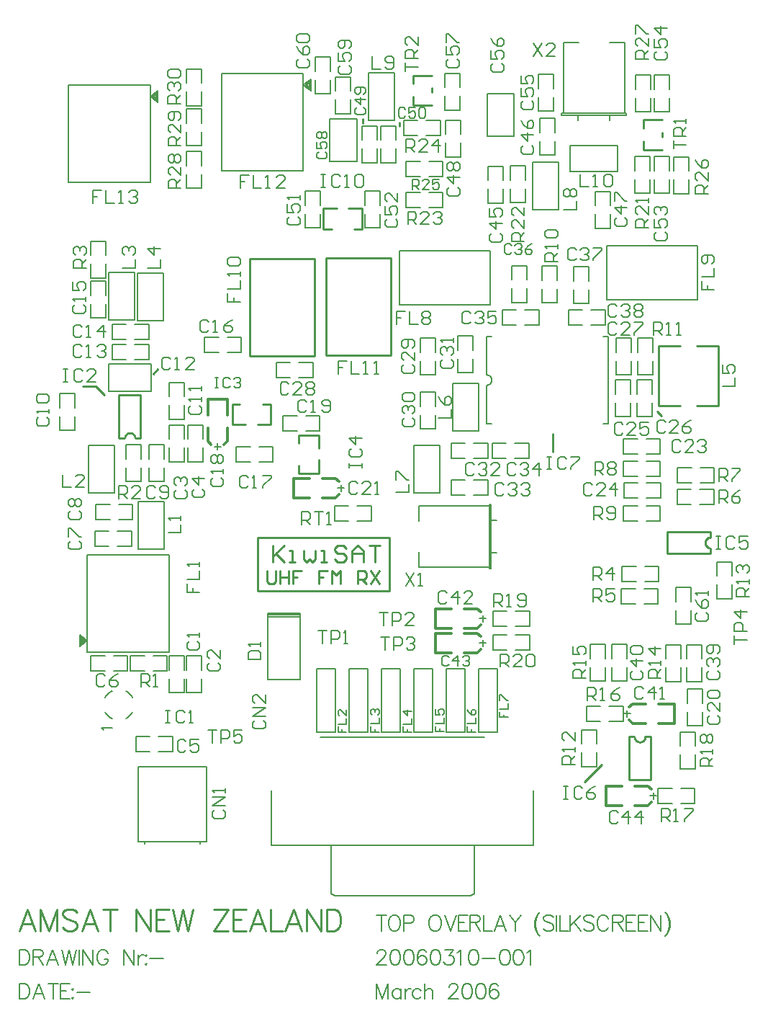
<source format=gto>
%FSLAX24Y24*%
%MOIN*%
G70*
G01*
G75*
%ADD10C,0.0039*%
%ADD11C,0.1102*%
%ADD12C,0.1063*%
%ADD13C,0.0394*%
%ADD14R,0.0940X0.0590*%
%ADD15O,0.0256X0.0866*%
%ADD16R,0.0256X0.0866*%
%ADD17R,0.0827X0.0394*%
%ADD18R,0.0394X0.0827*%
%ADD19R,0.1083X0.0850*%
%ADD20R,0.0709X0.1102*%
%ADD21R,0.0709X0.0354*%
%ADD22R,0.0500X0.0600*%
%ADD23R,0.0709X0.0394*%
%ADD24R,0.1102X0.0472*%
%ADD25O,0.0787X0.0394*%
%ADD26R,0.0787X0.0394*%
%ADD27O,0.0800X0.0240*%
%ADD28R,0.0800X0.1000*%
%ADD29R,0.0551X0.0394*%
%ADD30R,0.1181X0.0906*%
%ADD31R,0.0394X0.0984*%
%ADD32O,0.0787X0.1299*%
%ADD33R,0.0315X0.0551*%
%ADD34R,0.0600X0.0500*%
%ADD35O,0.1299X0.0787*%
%ADD36R,0.0551X0.0315*%
%ADD37O,0.0787X0.1299*%
%ADD38R,0.0315X0.0551*%
%ADD39R,0.1000X0.0800*%
%ADD40R,0.0394X0.0709*%
%ADD41R,0.0984X0.0394*%
%ADD42R,0.0906X0.1181*%
%ADD43O,0.0240X0.0800*%
%ADD44C,0.0512*%
%ADD45C,0.0276*%
%ADD46C,0.0236*%
%ADD47C,0.0098*%
%ADD48C,0.0315*%
%ADD49C,0.0394*%
%ADD50C,0.0433*%
%ADD51C,0.0138*%
%ADD52C,0.0098*%
%ADD53C,0.0118*%
%ADD54C,0.0472*%
%ADD55C,0.0071*%
%ADD56C,0.0100*%
%ADD57R,0.0315X0.0827*%
%ADD58R,0.1378X0.0748*%
%ADD59R,0.1654X0.0984*%
%ADD60R,0.0827X0.0315*%
%ADD61R,0.0315X0.0827*%
%ADD62R,0.2087X0.1220*%
%ADD63R,0.1575X0.1220*%
%ADD64R,0.1575X0.1220*%
%ADD65R,0.1339X0.1496*%
%ADD66R,0.0500X0.0800*%
%ADD67R,0.1500X0.1000*%
%ADD68C,0.0500*%
%ADD69C,0.0600*%
%ADD70C,0.0750*%
%ADD71C,0.0400*%
%ADD72R,0.0400X0.0400*%
%ADD73C,0.1024*%
%ADD74R,0.0800X0.0800*%
%ADD75C,0.0800*%
%ADD76C,0.2750*%
%ADD77P,0.0500X8X0*%
%ADD78C,0.2362*%
%ADD79C,0.2362*%
%ADD80C,0.0551*%
%ADD81C,0.0512*%
%ADD82C,0.0157*%
%ADD83C,0.0787*%
%ADD84C,0.0197*%
%ADD85C,0.0079*%
%ADD86C,0.0080*%
%ADD87C,0.0060*%
%ADD88C,0.0120*%
D47*
X3543Y21260D02*
X3937Y20866D01*
X2953Y21260D02*
X3543D01*
X6220Y21811D02*
X6417Y22047D01*
X17598Y33268D02*
Y33465D01*
X15906Y33425D02*
Y33622D01*
X24710Y18230D02*
Y19060D01*
X26575Y3346D02*
X26969Y3740D01*
X26575Y3346D02*
X26575D01*
X26181Y2953D02*
X26575Y3346D01*
X11024Y14252D02*
X17126D01*
Y11772D02*
Y14232D01*
X11024Y11772D02*
X17126D01*
X11024D02*
Y14232D01*
X29528Y20079D02*
X29724Y19882D01*
X750Y-3937D02*
X375Y-2953D01*
X0Y-3937D01*
X141Y-3609D02*
X609D01*
X979Y-2953D02*
Y-3937D01*
Y-2953D02*
X1354Y-3937D01*
X1729Y-2953D02*
X1354Y-3937D01*
X1729Y-2953D02*
Y-3937D01*
X2666Y-3094D02*
X2573Y-3000D01*
X2432Y-2953D01*
X2245D01*
X2104Y-3000D01*
X2010Y-3094D01*
Y-3187D01*
X2057Y-3281D01*
X2104Y-3328D01*
X2198Y-3375D01*
X2479Y-3468D01*
X2573Y-3515D01*
X2619Y-3562D01*
X2666Y-3656D01*
Y-3796D01*
X2573Y-3890D01*
X2432Y-3937D01*
X2245D01*
X2104Y-3890D01*
X2010Y-3796D01*
X3636Y-3937D02*
X3261Y-2953D01*
X2887Y-3937D01*
X3027Y-3609D02*
X3496D01*
X4194Y-2953D02*
Y-3937D01*
X3866Y-2953D02*
X4522D01*
X5412D02*
Y-3937D01*
Y-2953D02*
X6068Y-3937D01*
Y-2953D02*
Y-3937D01*
X6949Y-2953D02*
X6340D01*
Y-3937D01*
X6949D01*
X6340Y-3422D02*
X6715D01*
X7113Y-2953D02*
X7348Y-3937D01*
X7582Y-2953D02*
X7348Y-3937D01*
X7582Y-2953D02*
X7816Y-3937D01*
X8050Y-2953D02*
X7816Y-3937D01*
X9676Y-2953D02*
X9020Y-3937D01*
Y-2953D02*
X9676D01*
X9020Y-3937D02*
X9676D01*
X10506Y-2953D02*
X9897D01*
Y-3937D01*
X10506D01*
X9897Y-3422D02*
X10272D01*
X11420Y-3937D02*
X11045Y-2953D01*
X10670Y-3937D01*
X10810Y-3609D02*
X11279D01*
X11649Y-2953D02*
Y-3937D01*
X12211D01*
X13069D02*
X12694Y-2953D01*
X12319Y-3937D01*
X12460Y-3609D02*
X12928D01*
X13299Y-2953D02*
Y-3937D01*
Y-2953D02*
X13955Y-3937D01*
Y-2953D02*
Y-3937D01*
X14226Y-2953D02*
Y-3937D01*
Y-2953D02*
X14554D01*
X14695Y-3000D01*
X14789Y-3094D01*
X14836Y-3187D01*
X14882Y-3328D01*
Y-3562D01*
X14836Y-3703D01*
X14789Y-3796D01*
X14695Y-3890D01*
X14554Y-3937D01*
X14226D01*
D55*
X16772Y-3228D02*
Y-3937D01*
X16535Y-3228D02*
X17008D01*
X17295D02*
X17227Y-3262D01*
X17160Y-3330D01*
X17126Y-3397D01*
X17092Y-3498D01*
Y-3667D01*
X17126Y-3768D01*
X17160Y-3836D01*
X17227Y-3903D01*
X17295Y-3937D01*
X17429D01*
X17497Y-3903D01*
X17564Y-3836D01*
X17598Y-3768D01*
X17632Y-3667D01*
Y-3498D01*
X17598Y-3397D01*
X17564Y-3330D01*
X17497Y-3262D01*
X17429Y-3228D01*
X17295D01*
X17797Y-3600D02*
X18101D01*
X18202Y-3566D01*
X18236Y-3532D01*
X18270Y-3465D01*
Y-3363D01*
X18236Y-3296D01*
X18202Y-3262D01*
X18101Y-3228D01*
X17797D01*
Y-3937D01*
X19187Y-3228D02*
X19120Y-3262D01*
X19052Y-3330D01*
X19019Y-3397D01*
X18985Y-3498D01*
Y-3667D01*
X19019Y-3768D01*
X19052Y-3836D01*
X19120Y-3903D01*
X19187Y-3937D01*
X19322D01*
X19390Y-3903D01*
X19457Y-3836D01*
X19491Y-3768D01*
X19525Y-3667D01*
Y-3498D01*
X19491Y-3397D01*
X19457Y-3330D01*
X19390Y-3262D01*
X19322Y-3228D01*
X19187D01*
X19690D02*
X19960Y-3937D01*
X20230Y-3228D02*
X19960Y-3937D01*
X20759Y-3228D02*
X20321D01*
Y-3937D01*
X20759D01*
X20321Y-3566D02*
X20591D01*
X20878Y-3228D02*
Y-3937D01*
Y-3228D02*
X21181D01*
X21282Y-3262D01*
X21316Y-3296D01*
X21350Y-3363D01*
Y-3431D01*
X21316Y-3498D01*
X21282Y-3532D01*
X21181Y-3566D01*
X20878D01*
X21114D02*
X21350Y-3937D01*
X21508Y-3228D02*
Y-3937D01*
X21913D01*
X22531D02*
X22261Y-3228D01*
X21991Y-3937D01*
X22092Y-3701D02*
X22430D01*
X22696Y-3228D02*
X22966Y-3566D01*
Y-3937D01*
X23236Y-3228D02*
X22966Y-3566D01*
X24120Y-3094D02*
X24052Y-3161D01*
X23985Y-3262D01*
X23917Y-3397D01*
X23884Y-3566D01*
Y-3701D01*
X23917Y-3870D01*
X23985Y-4004D01*
X24052Y-4106D01*
X24120Y-4173D01*
X24052Y-3161D02*
X23985Y-3296D01*
X23951Y-3397D01*
X23917Y-3566D01*
Y-3701D01*
X23951Y-3870D01*
X23985Y-3971D01*
X24052Y-4106D01*
X24727Y-3330D02*
X24660Y-3262D01*
X24558Y-3228D01*
X24424D01*
X24322Y-3262D01*
X24255Y-3330D01*
Y-3397D01*
X24289Y-3465D01*
X24322Y-3498D01*
X24390Y-3532D01*
X24592Y-3600D01*
X24660Y-3633D01*
X24693Y-3667D01*
X24727Y-3735D01*
Y-3836D01*
X24660Y-3903D01*
X24558Y-3937D01*
X24424D01*
X24322Y-3903D01*
X24255Y-3836D01*
X24886Y-3228D02*
Y-3937D01*
X25034Y-3228D02*
Y-3937D01*
X25439D01*
X25517Y-3228D02*
Y-3937D01*
X25989Y-3228D02*
X25517Y-3701D01*
X25685Y-3532D02*
X25989Y-3937D01*
X26620Y-3330D02*
X26552Y-3262D01*
X26451Y-3228D01*
X26316D01*
X26215Y-3262D01*
X26148Y-3330D01*
Y-3397D01*
X26181Y-3465D01*
X26215Y-3498D01*
X26282Y-3532D01*
X26485Y-3600D01*
X26552Y-3633D01*
X26586Y-3667D01*
X26620Y-3735D01*
Y-3836D01*
X26552Y-3903D01*
X26451Y-3937D01*
X26316D01*
X26215Y-3903D01*
X26148Y-3836D01*
X27285Y-3397D02*
X27251Y-3330D01*
X27183Y-3262D01*
X27116Y-3228D01*
X26981D01*
X26913Y-3262D01*
X26846Y-3330D01*
X26812Y-3397D01*
X26778Y-3498D01*
Y-3667D01*
X26812Y-3768D01*
X26846Y-3836D01*
X26913Y-3903D01*
X26981Y-3937D01*
X27116D01*
X27183Y-3903D01*
X27251Y-3836D01*
X27285Y-3768D01*
X27484Y-3228D02*
Y-3937D01*
Y-3228D02*
X27787D01*
X27888Y-3262D01*
X27922Y-3296D01*
X27956Y-3363D01*
Y-3431D01*
X27922Y-3498D01*
X27888Y-3532D01*
X27787Y-3566D01*
X27484D01*
X27720D02*
X27956Y-3937D01*
X28553Y-3228D02*
X28115D01*
Y-3937D01*
X28553D01*
X28115Y-3566D02*
X28384D01*
X29110Y-3228D02*
X28671D01*
Y-3937D01*
X29110D01*
X28671Y-3566D02*
X28941D01*
X29228Y-3228D02*
Y-3937D01*
Y-3228D02*
X29700Y-3937D01*
Y-3228D02*
Y-3937D01*
X29896Y-3094D02*
X29963Y-3161D01*
X30031Y-3262D01*
X30098Y-3397D01*
X30132Y-3566D01*
Y-3701D01*
X30098Y-3870D01*
X30031Y-4004D01*
X29963Y-4106D01*
X29896Y-4173D01*
X29963Y-3161D02*
X30031Y-3296D01*
X30065Y-3397D01*
X30098Y-3566D01*
Y-3701D01*
X30065Y-3870D01*
X30031Y-3971D01*
X29963Y-4106D01*
X0Y-4803D02*
Y-5512D01*
Y-4803D02*
X236D01*
X337Y-4837D01*
X405Y-4905D01*
X439Y-4972D01*
X472Y-5073D01*
Y-5242D01*
X439Y-5343D01*
X405Y-5411D01*
X337Y-5478D01*
X236Y-5512D01*
X0D01*
X631Y-4803D02*
Y-5512D01*
Y-4803D02*
X935D01*
X1036Y-4837D01*
X1070Y-4871D01*
X1103Y-4938D01*
Y-5006D01*
X1070Y-5073D01*
X1036Y-5107D01*
X935Y-5141D01*
X631D01*
X867D02*
X1103Y-5512D01*
X1802D02*
X1532Y-4803D01*
X1262Y-5512D01*
X1363Y-5276D02*
X1700D01*
X1967Y-4803D02*
X2136Y-5512D01*
X2304Y-4803D02*
X2136Y-5512D01*
X2304Y-4803D02*
X2473Y-5512D01*
X2642Y-4803D02*
X2473Y-5512D01*
X2783Y-4803D02*
Y-5512D01*
X2932Y-4803D02*
Y-5512D01*
Y-4803D02*
X3404Y-5512D01*
Y-4803D02*
Y-5512D01*
X4106Y-4972D02*
X4072Y-4905D01*
X4005Y-4837D01*
X3937Y-4803D01*
X3802D01*
X3735Y-4837D01*
X3667Y-4905D01*
X3634Y-4972D01*
X3600Y-5073D01*
Y-5242D01*
X3634Y-5343D01*
X3667Y-5411D01*
X3735Y-5478D01*
X3802Y-5512D01*
X3937D01*
X4005Y-5478D01*
X4072Y-5411D01*
X4106Y-5343D01*
Y-5242D01*
X3937D02*
X4106D01*
X4825Y-4803D02*
Y-5512D01*
Y-4803D02*
X5297Y-5512D01*
Y-4803D02*
Y-5512D01*
X5493Y-5039D02*
Y-5512D01*
Y-5242D02*
X5526Y-5141D01*
X5594Y-5073D01*
X5661Y-5039D01*
X5763D01*
X5860D02*
X5827Y-5073D01*
X5860Y-5107D01*
X5894Y-5073D01*
X5860Y-5039D01*
Y-5444D02*
X5827Y-5478D01*
X5860Y-5512D01*
X5894Y-5478D01*
X5860Y-5444D01*
X6049Y-5208D02*
X6657D01*
X16535Y-6378D02*
Y-7087D01*
Y-6378D02*
X16805Y-7087D01*
X17075Y-6378D02*
X16805Y-7087D01*
X17075Y-6378D02*
Y-7087D01*
X17683Y-6614D02*
Y-7087D01*
Y-6715D02*
X17615Y-6648D01*
X17548Y-6614D01*
X17446D01*
X17379Y-6648D01*
X17311Y-6715D01*
X17278Y-6817D01*
Y-6884D01*
X17311Y-6985D01*
X17379Y-7053D01*
X17446Y-7087D01*
X17548D01*
X17615Y-7053D01*
X17683Y-6985D01*
X17871Y-6614D02*
Y-7087D01*
Y-6817D02*
X17905Y-6715D01*
X17973Y-6648D01*
X18040Y-6614D01*
X18141D01*
X18610Y-6715D02*
X18543Y-6648D01*
X18475Y-6614D01*
X18374D01*
X18307Y-6648D01*
X18239Y-6715D01*
X18205Y-6817D01*
Y-6884D01*
X18239Y-6985D01*
X18307Y-7053D01*
X18374Y-7087D01*
X18475D01*
X18543Y-7053D01*
X18610Y-6985D01*
X18762Y-6378D02*
Y-7087D01*
Y-6749D02*
X18863Y-6648D01*
X18931Y-6614D01*
X19032D01*
X19100Y-6648D01*
X19133Y-6749D01*
Y-7087D01*
X19909Y-6547D02*
Y-6513D01*
X19943Y-6446D01*
X19977Y-6412D01*
X20044Y-6378D01*
X20179D01*
X20247Y-6412D01*
X20280Y-6446D01*
X20314Y-6513D01*
Y-6581D01*
X20280Y-6648D01*
X20213Y-6749D01*
X19876Y-7087D01*
X20348D01*
X20709Y-6378D02*
X20608Y-6412D01*
X20540Y-6513D01*
X20506Y-6682D01*
Y-6783D01*
X20540Y-6952D01*
X20608Y-7053D01*
X20709Y-7087D01*
X20776D01*
X20878Y-7053D01*
X20945Y-6952D01*
X20979Y-6783D01*
Y-6682D01*
X20945Y-6513D01*
X20878Y-6412D01*
X20776Y-6378D01*
X20709D01*
X21340D02*
X21239Y-6412D01*
X21171Y-6513D01*
X21137Y-6682D01*
Y-6783D01*
X21171Y-6952D01*
X21239Y-7053D01*
X21340Y-7087D01*
X21407D01*
X21508Y-7053D01*
X21576Y-6952D01*
X21610Y-6783D01*
Y-6682D01*
X21576Y-6513D01*
X21508Y-6412D01*
X21407Y-6378D01*
X21340D01*
X22173Y-6479D02*
X22139Y-6412D01*
X22038Y-6378D01*
X21971D01*
X21869Y-6412D01*
X21802Y-6513D01*
X21768Y-6682D01*
Y-6850D01*
X21802Y-6985D01*
X21869Y-7053D01*
X21971Y-7087D01*
X22004D01*
X22106Y-7053D01*
X22173Y-6985D01*
X22207Y-6884D01*
Y-6850D01*
X22173Y-6749D01*
X22106Y-6682D01*
X22004Y-6648D01*
X21971D01*
X21869Y-6682D01*
X21802Y-6749D01*
X21768Y-6850D01*
X16569Y-4972D02*
Y-4938D01*
X16603Y-4871D01*
X16637Y-4837D01*
X16704Y-4803D01*
X16839D01*
X16907Y-4837D01*
X16940Y-4871D01*
X16974Y-4938D01*
Y-5006D01*
X16940Y-5073D01*
X16873Y-5174D01*
X16535Y-5512D01*
X17008D01*
X17369Y-4803D02*
X17268Y-4837D01*
X17200Y-4938D01*
X17166Y-5107D01*
Y-5208D01*
X17200Y-5377D01*
X17268Y-5478D01*
X17369Y-5512D01*
X17436D01*
X17537Y-5478D01*
X17605Y-5377D01*
X17639Y-5208D01*
Y-5107D01*
X17605Y-4938D01*
X17537Y-4837D01*
X17436Y-4803D01*
X17369D01*
X18000D02*
X17898Y-4837D01*
X17831Y-4938D01*
X17797Y-5107D01*
Y-5208D01*
X17831Y-5377D01*
X17898Y-5478D01*
X18000Y-5512D01*
X18067D01*
X18168Y-5478D01*
X18236Y-5377D01*
X18270Y-5208D01*
Y-5107D01*
X18236Y-4938D01*
X18168Y-4837D01*
X18067Y-4803D01*
X18000D01*
X18833Y-4905D02*
X18799Y-4837D01*
X18698Y-4803D01*
X18631D01*
X18529Y-4837D01*
X18462Y-4938D01*
X18428Y-5107D01*
Y-5276D01*
X18462Y-5411D01*
X18529Y-5478D01*
X18631Y-5512D01*
X18664D01*
X18766Y-5478D01*
X18833Y-5411D01*
X18867Y-5309D01*
Y-5276D01*
X18833Y-5174D01*
X18766Y-5107D01*
X18664Y-5073D01*
X18631D01*
X18529Y-5107D01*
X18462Y-5174D01*
X18428Y-5276D01*
X19224Y-4803D02*
X19123Y-4837D01*
X19056Y-4938D01*
X19022Y-5107D01*
Y-5208D01*
X19056Y-5377D01*
X19123Y-5478D01*
X19224Y-5512D01*
X19292D01*
X19393Y-5478D01*
X19461Y-5377D01*
X19494Y-5208D01*
Y-5107D01*
X19461Y-4938D01*
X19393Y-4837D01*
X19292Y-4803D01*
X19224D01*
X19720D02*
X20091D01*
X19889Y-5073D01*
X19990D01*
X20058Y-5107D01*
X20091Y-5141D01*
X20125Y-5242D01*
Y-5309D01*
X20091Y-5411D01*
X20024Y-5478D01*
X19923Y-5512D01*
X19822D01*
X19720Y-5478D01*
X19687Y-5444D01*
X19653Y-5377D01*
X20284Y-4938D02*
X20351Y-4905D01*
X20452Y-4803D01*
Y-5512D01*
X21006Y-4803D02*
X20905Y-4837D01*
X20837Y-4938D01*
X20803Y-5107D01*
Y-5208D01*
X20837Y-5377D01*
X20905Y-5478D01*
X21006Y-5512D01*
X21073D01*
X21174Y-5478D01*
X21242Y-5377D01*
X21276Y-5208D01*
Y-5107D01*
X21242Y-4938D01*
X21174Y-4837D01*
X21073Y-4803D01*
X21006D01*
X21434Y-5208D02*
X22042D01*
X22453Y-4803D02*
X22352Y-4837D01*
X22284Y-4938D01*
X22251Y-5107D01*
Y-5208D01*
X22284Y-5377D01*
X22352Y-5478D01*
X22453Y-5512D01*
X22521D01*
X22622Y-5478D01*
X22689Y-5377D01*
X22723Y-5208D01*
Y-5107D01*
X22689Y-4938D01*
X22622Y-4837D01*
X22521Y-4803D01*
X22453D01*
X23084D02*
X22983Y-4837D01*
X22915Y-4938D01*
X22882Y-5107D01*
Y-5208D01*
X22915Y-5377D01*
X22983Y-5478D01*
X23084Y-5512D01*
X23152D01*
X23253Y-5478D01*
X23320Y-5377D01*
X23354Y-5208D01*
Y-5107D01*
X23320Y-4938D01*
X23253Y-4837D01*
X23152Y-4803D01*
X23084D01*
X23513Y-4938D02*
X23580Y-4905D01*
X23681Y-4803D01*
Y-5512D01*
X0Y-6378D02*
Y-7087D01*
Y-6378D02*
X236D01*
X337Y-6412D01*
X405Y-6479D01*
X439Y-6547D01*
X472Y-6648D01*
Y-6817D01*
X439Y-6918D01*
X405Y-6985D01*
X337Y-7053D01*
X236Y-7087D01*
X0D01*
X1171D02*
X901Y-6378D01*
X631Y-7087D01*
X732Y-6850D02*
X1070D01*
X1572Y-6378D02*
Y-7087D01*
X1336Y-6378D02*
X1808D01*
X2331D02*
X1893D01*
Y-7087D01*
X2331D01*
X1893Y-6715D02*
X2163D01*
X2483Y-6614D02*
X2449Y-6648D01*
X2483Y-6682D01*
X2517Y-6648D01*
X2483Y-6614D01*
Y-7019D02*
X2449Y-7053D01*
X2483Y-7087D01*
X2517Y-7053D01*
X2483Y-7019D01*
X2672Y-6783D02*
X3279D01*
D56*
X5370Y18844D02*
X5351Y18940D01*
X5297Y19021D01*
X5216Y19075D01*
X5120Y19094D01*
X5025Y19075D01*
X4944Y19021D01*
X4890Y18940D01*
X4870Y18844D01*
X28481Y5038D02*
X28500Y4943D01*
X28554Y4861D01*
X28635Y4807D01*
X28731Y4788D01*
X28826Y4807D01*
X28907Y4861D01*
X28962Y4943D01*
X28981Y5038D01*
X32016Y14262D02*
X31920Y14243D01*
X31839Y14189D01*
X31785Y14108D01*
X31766Y14012D01*
X31785Y13917D01*
X31839Y13836D01*
X31920Y13781D01*
X32016Y13762D01*
X10664Y22649D02*
X13664D01*
Y27149D01*
X10664D02*
X13664D01*
X10664Y22649D02*
Y27149D01*
X14207Y22688D02*
Y27188D01*
X17207D01*
Y22688D02*
Y27188D01*
X14207Y22688D02*
X17207D01*
X32362Y20350D02*
Y23106D01*
X29606Y20350D02*
Y23106D01*
X31378D02*
X32362D01*
X31378Y20350D02*
X32362D01*
X29606D02*
X30591D01*
X29606Y23106D02*
X30591D01*
X5370Y18844D02*
X5620D01*
X4620D02*
X4870D01*
X4620D02*
Y20844D01*
X5620D01*
Y18844D02*
Y20844D01*
X19114Y34843D02*
Y35039D01*
X18228Y35630D02*
X19114D01*
X18228Y35236D02*
Y35630D01*
Y34252D02*
Y34646D01*
Y34252D02*
X19114D01*
X9862Y20413D02*
X10217D01*
X11260D02*
X11634D01*
X11024Y19468D02*
X11634D01*
Y20413D01*
X9862Y19468D02*
X10472D01*
X9862D02*
Y20413D01*
X12933Y17224D02*
Y17579D01*
Y18622D02*
Y18996D01*
X13878Y18386D02*
Y18996D01*
X12933D02*
X13878D01*
Y17224D02*
Y17835D01*
X12933Y17224D02*
X13878D01*
X15502Y28526D02*
X15856D01*
X14084D02*
X14458D01*
X14084Y29471D02*
X14694D01*
X14084Y28526D02*
Y29471D01*
X15246D02*
X15856D01*
Y28526D02*
Y29471D01*
X28888Y32195D02*
X29774D01*
X28888D02*
Y32589D01*
Y33179D02*
Y33573D01*
X29774D01*
Y32785D02*
Y32982D01*
X28231Y5038D02*
X28481D01*
X28981D02*
X29231D01*
Y3038D02*
Y5038D01*
X28231Y3038D02*
X29231D01*
X28231D02*
Y5038D01*
X32016Y14262D02*
Y14512D01*
Y13512D02*
Y13762D01*
X30016Y13512D02*
X32016D01*
X30016D02*
Y14512D01*
X32016D01*
X11732Y13897D02*
Y13110D01*
Y13373D01*
X12257Y13897D01*
X11863Y13504D01*
X12257Y13110D01*
X12519D02*
X12782D01*
X12651D01*
Y13635D01*
X12519D01*
X13175D02*
Y13241D01*
X13307Y13110D01*
X13438Y13241D01*
X13569Y13110D01*
X13700Y13241D01*
Y13635D01*
X13963Y13110D02*
X14225D01*
X14094D01*
Y13635D01*
X13963D01*
X15143Y13766D02*
X15012Y13897D01*
X14750D01*
X14618Y13766D01*
Y13635D01*
X14750Y13504D01*
X15012D01*
X15143Y13373D01*
Y13241D01*
X15012Y13110D01*
X14750D01*
X14618Y13241D01*
X15406Y13110D02*
Y13635D01*
X15668Y13897D01*
X15930Y13635D01*
Y13110D01*
Y13504D01*
X15406D01*
X16193Y13897D02*
X16718D01*
X16455D01*
Y13110D01*
X11457Y12726D02*
Y12226D01*
X11557Y12126D01*
X11757D01*
X11857Y12226D01*
Y12726D01*
X12056D02*
Y12126D01*
Y12426D01*
X12456D01*
Y12726D01*
Y12126D01*
X13056Y12726D02*
X12656D01*
Y12426D01*
X12856D01*
X12656D01*
Y12126D01*
X14256Y12726D02*
X13856D01*
Y12426D01*
X14056D01*
X13856D01*
Y12126D01*
X14456D02*
Y12726D01*
X14656Y12526D01*
X14856Y12726D01*
Y12126D01*
X15655D02*
Y12726D01*
X15955D01*
X16055Y12626D01*
Y12426D01*
X15955Y12326D01*
X15655D01*
X15855D02*
X16055Y12126D01*
X16255Y12726D02*
X16655Y12126D01*
Y12726D02*
X16255Y12126D01*
D85*
X21626Y21285D02*
X21722Y21304D01*
X21803Y21359D01*
X21857Y21440D01*
X21876Y21535D01*
X21857Y21631D01*
X21803Y21712D01*
X21722Y21766D01*
X21626Y21785D01*
X4289Y7150D02*
X4211Y7104D01*
X4138Y7048D01*
X4074Y6984D01*
X4018Y6911D01*
X3972Y6833D01*
Y6199D02*
X4018Y6120D01*
X4074Y6048D01*
X4138Y5983D01*
X4211Y5928D01*
X4289Y5882D01*
X4923D02*
X5002Y5928D01*
X5074Y5983D01*
X5139Y6048D01*
X5194Y6120D01*
X5240Y6199D01*
Y6833D02*
X5194Y6911D01*
X5139Y6984D01*
X5074Y7048D01*
X5002Y7104D01*
X4923Y7150D01*
X17616Y25012D02*
Y27512D01*
Y25012D02*
X21816D01*
Y27512D01*
X17616D02*
X21816D01*
X21626Y19510D02*
Y21285D01*
Y19510D02*
X21880D01*
X27030D02*
X27283D01*
Y23561D01*
X27030D02*
X27283D01*
X21626D02*
X21880D01*
X21626Y21785D02*
Y23561D01*
X11502Y7677D02*
Y10748D01*
Y7677D02*
X12250D01*
X12998D02*
Y10748D01*
X12250Y7677D02*
X12998D01*
X11502Y10748D02*
X12250D01*
X12998D01*
X11541Y10591D02*
X12959D01*
X11541Y10669D02*
X12959D01*
X8386Y79D02*
Y197D01*
X5787Y79D02*
Y197D01*
X5512Y3661D02*
X8661D01*
X5512Y197D02*
Y3661D01*
Y197D02*
X8661D01*
Y197D02*
Y3661D01*
X2283Y30669D02*
Y35197D01*
Y30669D02*
X6063D01*
Y35197D01*
X2283D02*
X6063D01*
Y34646D02*
X6417Y34921D01*
Y34370D02*
Y34921D01*
X6063Y34646D02*
X6417Y34370D01*
X6142Y34646D02*
X6378Y34843D01*
Y34449D02*
Y34843D01*
X6181Y34606D02*
X6378Y34449D01*
X6181Y34606D02*
X6339Y34764D01*
Y34528D02*
Y34764D01*
X6260Y34606D02*
X6339Y34528D01*
X6260Y34606D02*
X6299Y34646D01*
X28031Y33868D02*
Y37136D01*
X27323D02*
X28031D01*
X25197D02*
X25906D01*
X25197Y33868D02*
Y37136D01*
X28110Y33789D02*
Y33868D01*
X25118D02*
X28110D01*
X25118Y33789D02*
Y33868D01*
X27352Y33553D02*
Y33789D01*
X25876Y33553D02*
Y33789D01*
X25118D02*
X28110D01*
X13346Y35138D02*
X13386Y35177D01*
X13346Y35138D02*
X13425Y35059D01*
Y35295D01*
X13268Y35138D02*
X13425Y35295D01*
X13268Y35138D02*
X13465Y34980D01*
Y35374D01*
X13228Y35177D02*
X13465Y35374D01*
X13150Y35177D02*
X13504Y34902D01*
Y35453D01*
X13150Y35177D02*
X13504Y35453D01*
X9370Y35728D02*
X13150D01*
Y31201D02*
Y35728D01*
X9370Y31201D02*
X13150D01*
X9370D02*
Y35728D01*
X6929Y8937D02*
Y13465D01*
X3150D02*
X6929D01*
X3150Y8937D02*
Y13465D01*
Y8937D02*
X6929D01*
X2795Y9213D02*
X3150Y9488D01*
X2795Y9213D02*
Y9764D01*
X3150Y9488D01*
X2835Y9291D02*
X3071Y9488D01*
X2835Y9291D02*
Y9685D01*
X3031Y9528D01*
X2874Y9370D02*
X3031Y9528D01*
X2874Y9370D02*
Y9606D01*
X2953Y9528D01*
X2913Y9488D02*
X2953Y9528D01*
X21850Y12805D02*
Y15797D01*
Y13563D02*
X22087D01*
X21850Y15039D02*
X22087D01*
X21772Y12805D02*
X21850D01*
X21772D02*
Y15797D01*
X21850D01*
X18504Y12884D02*
X21772D01*
X18504D02*
Y13593D01*
Y15010D02*
Y15718D01*
X21772D01*
X27200Y25243D02*
X31400D01*
X27200D02*
Y27743D01*
X31400D01*
Y25243D02*
Y27743D01*
X17864Y24714D02*
X17470D01*
Y24419D01*
X17667D01*
X17470D01*
Y24124D01*
X18061Y24714D02*
Y24124D01*
X18454D01*
X18651Y24616D02*
X18750Y24714D01*
X18946D01*
X19045Y24616D01*
Y24518D01*
X18946Y24419D01*
X19045Y24321D01*
Y24222D01*
X18946Y24124D01*
X18750D01*
X18651Y24222D01*
Y24321D01*
X18750Y24419D01*
X18651Y24518D01*
Y24616D01*
X18750Y24419D02*
X18946D01*
X32559Y21260D02*
X33149D01*
Y21653D01*
X32559Y22244D02*
Y21850D01*
X32854D01*
X32756Y22047D01*
Y22145D01*
X32854Y22244D01*
X33051D01*
X33149Y22145D01*
Y21949D01*
X33051Y21850D01*
X24449Y17992D02*
X24646D01*
X24547D01*
Y17402D01*
X24449D01*
X24646D01*
X25334Y17894D02*
X25236Y17992D01*
X25039D01*
X24941Y17894D01*
Y17500D01*
X25039Y17402D01*
X25236D01*
X25334Y17500D01*
X25531Y17992D02*
X25925D01*
Y17894D01*
X25531Y17500D01*
Y17402D01*
X6772Y6260D02*
X6968D01*
X6870D01*
Y5669D01*
X6772D01*
X6968D01*
X7657Y6161D02*
X7559Y6260D01*
X7362D01*
X7264Y6161D01*
Y5768D01*
X7362Y5669D01*
X7559D01*
X7657Y5768D01*
X7854Y5669D02*
X8051D01*
X7952D01*
Y6260D01*
X7854Y6161D01*
X3909Y5335D02*
X3886Y5380D01*
X3819Y5447D01*
X4291D01*
X10591Y8622D02*
X11181D01*
Y8917D01*
X11083Y9016D01*
X10689D01*
X10591Y8917D01*
Y8622D01*
X11181Y9212D02*
Y9409D01*
Y9311D01*
X10591D01*
X10689Y9212D01*
X9036Y1653D02*
X8937Y1555D01*
Y1358D01*
X9036Y1260D01*
X9429D01*
X9528Y1358D01*
Y1555D01*
X9429Y1653D01*
X9528Y1850D02*
X8937D01*
X9528Y2244D01*
X8937D01*
X9528Y2441D02*
Y2637D01*
Y2539D01*
X8937D01*
X9036Y2441D01*
X10908Y5794D02*
X10810Y5695D01*
Y5498D01*
X10908Y5400D01*
X11302D01*
X11400Y5498D01*
Y5695D01*
X11302Y5794D01*
X11400Y5990D02*
X10810D01*
X11400Y6384D01*
X10810D01*
X11400Y6974D02*
Y6581D01*
X11006Y6974D01*
X10908D01*
X10810Y6876D01*
Y6679D01*
X10908Y6581D01*
X22244Y6197D02*
Y5934D01*
X22441D01*
Y6065D01*
Y5934D01*
X22637D01*
X22244Y6328D02*
X22637D01*
Y6590D01*
X22244Y6721D02*
Y6984D01*
X22309D01*
X22572Y6721D01*
X22637D01*
X8740Y5354D02*
X9134D01*
X8937D01*
Y4764D01*
X9331D02*
Y5354D01*
X9626D01*
X9724Y5256D01*
Y5059D01*
X9626Y4961D01*
X9331D01*
X10314Y5354D02*
X9921D01*
Y5059D01*
X10118Y5157D01*
X10216D01*
X10314Y5059D01*
Y4862D01*
X10216Y4764D01*
X10019D01*
X9921Y4862D01*
X8957Y17008D02*
X8858Y16909D01*
Y16713D01*
X8957Y16614D01*
X9350D01*
X9449Y16713D01*
Y16909D01*
X9350Y17008D01*
X9449Y17205D02*
Y17401D01*
Y17303D01*
X8858D01*
X8957Y17205D01*
Y17696D02*
X8858Y17795D01*
Y17992D01*
X8957Y18090D01*
X9055D01*
X9154Y17992D01*
X9252Y18090D01*
X9350D01*
X9449Y17992D01*
Y17795D01*
X9350Y17696D01*
X9252D01*
X9154Y17795D01*
X9055Y17696D01*
X8957D01*
X9154Y17795D02*
Y17992D01*
X13858Y32087D02*
X13780Y32008D01*
Y31850D01*
X13858Y31772D01*
X14173D01*
X14252Y31850D01*
Y32008D01*
X14173Y32087D01*
X13780Y32559D02*
Y32244D01*
X14016D01*
X13937Y32401D01*
Y32480D01*
X14016Y32559D01*
X14173D01*
X14252Y32480D01*
Y32323D01*
X14173Y32244D01*
X13858Y32716D02*
X13780Y32795D01*
Y32952D01*
X13858Y33031D01*
X13937D01*
X14016Y32952D01*
X14095Y33031D01*
X14173D01*
X14252Y32952D01*
Y32795D01*
X14173Y32716D01*
X14095D01*
X14016Y32795D01*
X13937Y32716D01*
X13858D01*
X14016Y32795D02*
Y32952D01*
X12933Y36378D02*
X12835Y36279D01*
Y36083D01*
X12933Y35984D01*
X13327D01*
X13425Y36083D01*
Y36279D01*
X13327Y36378D01*
X12835Y36968D02*
X12933Y36771D01*
X13130Y36575D01*
X13327D01*
X13425Y36673D01*
Y36870D01*
X13327Y36968D01*
X13228D01*
X13130Y36870D01*
Y36575D01*
X12933Y37165D02*
X12835Y37263D01*
Y37460D01*
X12933Y37559D01*
X13327D01*
X13425Y37460D01*
Y37263D01*
X13327Y37165D01*
X12933D01*
X15157Y22421D02*
X14764D01*
Y22126D01*
X14961D01*
X14764D01*
Y21831D01*
X15354Y22421D02*
Y21831D01*
X15748D01*
X15944D02*
X16141D01*
X16043D01*
Y22421D01*
X15944Y22323D01*
X16436Y21831D02*
X16633D01*
X16535D01*
Y22421D01*
X16436Y22323D01*
X3805Y30306D02*
X3412D01*
Y30011D01*
X3609D01*
X3412D01*
Y29716D01*
X4002Y30306D02*
Y29716D01*
X4396D01*
X4593D02*
X4789D01*
X4691D01*
Y30306D01*
X4593Y30208D01*
X5084D02*
X5183Y30306D01*
X5380D01*
X5478Y30208D01*
Y30109D01*
X5380Y30011D01*
X5281D01*
X5380D01*
X5478Y29912D01*
Y29814D01*
X5380Y29716D01*
X5183D01*
X5084Y29814D01*
X2047Y22047D02*
X2244D01*
X2146D01*
Y21457D01*
X2047D01*
X2244D01*
X2933Y21949D02*
X2834Y22047D01*
X2638D01*
X2539Y21949D01*
Y21555D01*
X2638Y21457D01*
X2834D01*
X2933Y21555D01*
X3523Y21457D02*
X3129D01*
X3523Y21850D01*
Y21949D01*
X3425Y22047D01*
X3228D01*
X3129Y21949D01*
X25984Y31063D02*
Y30472D01*
X26378D01*
X26575D02*
X26771D01*
X26673D01*
Y31063D01*
X26575Y30964D01*
X27067D02*
X27165Y31063D01*
X27362D01*
X27460Y30964D01*
Y30571D01*
X27362Y30472D01*
X27165D01*
X27067Y30571D01*
Y30964D01*
X7471Y34332D02*
X6881D01*
Y34627D01*
X6979Y34725D01*
X7176D01*
X7274Y34627D01*
Y34332D01*
Y34528D02*
X7471Y34725D01*
X6979Y34922D02*
X6881Y35020D01*
Y35217D01*
X6979Y35315D01*
X7077D01*
X7176Y35217D01*
Y35119D01*
Y35217D01*
X7274Y35315D01*
X7372D01*
X7471Y35217D01*
Y35020D01*
X7372Y34922D01*
X6979Y35512D02*
X6881Y35611D01*
Y35807D01*
X6979Y35906D01*
X7372D01*
X7471Y35807D01*
Y35611D01*
X7372Y35512D01*
X6979D01*
X17874Y35827D02*
Y36220D01*
Y36024D01*
X18465D01*
Y36417D02*
X17874D01*
Y36712D01*
X17973Y36811D01*
X18169D01*
X18268Y36712D01*
Y36417D01*
Y36614D02*
X18465Y36811D01*
Y37401D02*
Y37007D01*
X18071Y37401D01*
X17973D01*
X17874Y37303D01*
Y37106D01*
X17973Y37007D01*
X23819Y37106D02*
X24212Y36516D01*
Y37106D02*
X23819Y36516D01*
X24803D02*
X24409D01*
X24803Y36909D01*
Y37008D01*
X24704Y37106D01*
X24508D01*
X24409Y37008D01*
X9055Y21653D02*
X9213D01*
X9134D01*
Y21181D01*
X9055D01*
X9213D01*
X9764Y21575D02*
X9685Y21653D01*
X9527D01*
X9449Y21575D01*
Y21260D01*
X9527Y21181D01*
X9685D01*
X9764Y21260D01*
X9921Y21575D02*
X10000Y21653D01*
X10157D01*
X10236Y21575D01*
Y21496D01*
X10157Y21417D01*
X10078D01*
X10157D01*
X10236Y21339D01*
Y21260D01*
X10157Y21181D01*
X10000D01*
X9921Y21260D01*
X27724Y1523D02*
X27625Y1621D01*
X27428D01*
X27330Y1523D01*
Y1129D01*
X27428Y1031D01*
X27625D01*
X27724Y1129D01*
X28216Y1031D02*
Y1621D01*
X27920Y1326D01*
X28314D01*
X28806Y1031D02*
Y1621D01*
X28511Y1326D01*
X28904D01*
X29719Y7748D02*
X29128D01*
Y8043D01*
X29227Y8141D01*
X29424D01*
X29522Y8043D01*
Y7748D01*
Y7944D02*
X29719Y8141D01*
Y8338D02*
Y8535D01*
Y8436D01*
X29128D01*
X29227Y8338D01*
X29719Y9125D02*
X29128D01*
X29424Y8830D01*
Y9223D01*
X31932Y8088D02*
X31834Y7989D01*
Y7793D01*
X31932Y7694D01*
X32326D01*
X32424Y7793D01*
Y7989D01*
X32326Y8088D01*
X31932Y8285D02*
X31834Y8383D01*
Y8580D01*
X31932Y8678D01*
X32030D01*
X32129Y8580D01*
Y8481D01*
Y8580D01*
X32227Y8678D01*
X32326D01*
X32424Y8580D01*
Y8383D01*
X32326Y8285D01*
Y8875D02*
X32424Y8973D01*
Y9170D01*
X32326Y9268D01*
X31932D01*
X31834Y9170D01*
Y8973D01*
X31932Y8875D01*
X32030D01*
X32129Y8973D01*
Y9268D01*
X22283Y8268D02*
Y8858D01*
X22579D01*
X22677Y8760D01*
Y8563D01*
X22579Y8464D01*
X22283D01*
X22480D02*
X22677Y8268D01*
X23267D02*
X22874D01*
X23267Y8661D01*
Y8760D01*
X23169Y8858D01*
X22972D01*
X22874Y8760D01*
X23464D02*
X23563Y8858D01*
X23759D01*
X23858Y8760D01*
Y8366D01*
X23759Y8268D01*
X23563D01*
X23464Y8366D01*
Y8760D01*
X28387Y8071D02*
X28288Y7972D01*
Y7776D01*
X28387Y7677D01*
X28780D01*
X28879Y7776D01*
Y7972D01*
X28780Y8071D01*
X28879Y8563D02*
X28288D01*
X28584Y8268D01*
Y8661D01*
X28387Y8858D02*
X28288Y8956D01*
Y9153D01*
X28387Y9251D01*
X28780D01*
X28879Y9153D01*
Y8956D01*
X28780Y8858D01*
X28387D01*
X10590Y17027D02*
X10492Y17126D01*
X10295D01*
X10197Y17027D01*
Y16634D01*
X10295Y16535D01*
X10492D01*
X10590Y16634D01*
X10787Y16535D02*
X10984D01*
X10886D01*
Y17126D01*
X10787Y17027D01*
X11279Y17126D02*
X11673D01*
Y17027D01*
X11279Y16634D01*
Y16535D01*
X15276Y17480D02*
Y17677D01*
Y17579D01*
X15866D01*
Y17480D01*
Y17677D01*
X15374Y18366D02*
X15276Y18267D01*
Y18071D01*
X15374Y17972D01*
X15768D01*
X15866Y18071D01*
Y18267D01*
X15768Y18366D01*
X15866Y18858D02*
X15276D01*
X15571Y18563D01*
Y18956D01*
X13976Y31043D02*
X14173D01*
X14075D01*
Y30453D01*
X13976D01*
X14173D01*
X14862Y30945D02*
X14764Y31043D01*
X14567D01*
X14468Y30945D01*
Y30551D01*
X14567Y30453D01*
X14764D01*
X14862Y30551D01*
X15059Y30453D02*
X15255D01*
X15157D01*
Y31043D01*
X15059Y30945D01*
X15551D02*
X15649Y31043D01*
X15846D01*
X15944Y30945D01*
Y30551D01*
X15846Y30453D01*
X15649D01*
X15551Y30551D01*
Y30945D01*
X30295Y32234D02*
Y32628D01*
Y32431D01*
X30886D01*
Y32825D02*
X30295D01*
Y33120D01*
X30394Y33218D01*
X30591D01*
X30689Y33120D01*
Y32825D01*
Y33021D02*
X30886Y33218D01*
Y33415D02*
Y33612D01*
Y33513D01*
X30295D01*
X30394Y33415D01*
X7480Y32382D02*
X6890D01*
Y32677D01*
X6988Y32775D01*
X7185D01*
X7284Y32677D01*
Y32382D01*
Y32579D02*
X7480Y32775D01*
Y33366D02*
Y32972D01*
X7087Y33366D01*
X6988D01*
X6890Y33267D01*
Y33071D01*
X6988Y32972D01*
X7382Y33563D02*
X7480Y33661D01*
Y33858D01*
X7382Y33956D01*
X6988D01*
X6890Y33858D01*
Y33661D01*
X6988Y33563D01*
X7087D01*
X7185Y33661D01*
Y33956D01*
X7480Y30413D02*
X6890D01*
Y30709D01*
X6988Y30807D01*
X7185D01*
X7284Y30709D01*
Y30413D01*
Y30610D02*
X7480Y30807D01*
Y31397D02*
Y31004D01*
X7087Y31397D01*
X6988D01*
X6890Y31299D01*
Y31102D01*
X6988Y31004D01*
Y31594D02*
X6890Y31693D01*
Y31889D01*
X6988Y31988D01*
X7087D01*
X7185Y31889D01*
X7284Y31988D01*
X7382D01*
X7480Y31889D01*
Y31693D01*
X7382Y31594D01*
X7284D01*
X7185Y31693D01*
X7087Y31594D01*
X6988D01*
X7185Y31693D02*
Y31889D01*
X29134Y36378D02*
X28544D01*
Y36673D01*
X28642Y36772D01*
X28839D01*
X28937Y36673D01*
Y36378D01*
Y36575D02*
X29134Y36772D01*
Y37362D02*
Y36968D01*
X28740Y37362D01*
X28642D01*
X28544Y37263D01*
Y37067D01*
X28642Y36968D01*
X28544Y37559D02*
Y37952D01*
X28642D01*
X29035Y37559D01*
X29134D01*
X31890Y30157D02*
X31299D01*
Y30453D01*
X31398Y30551D01*
X31595D01*
X31693Y30453D01*
Y30157D01*
Y30354D02*
X31890Y30551D01*
Y31141D02*
Y30748D01*
X31496Y31141D01*
X31398D01*
X31299Y31043D01*
Y30846D01*
X31398Y30748D01*
X31299Y31732D02*
X31398Y31535D01*
X31595Y31338D01*
X31791D01*
X31890Y31437D01*
Y31633D01*
X31791Y31732D01*
X31693D01*
X31595Y31633D01*
Y31338D01*
X18189Y30354D02*
Y30827D01*
X18425D01*
X18504Y30748D01*
Y30590D01*
X18425Y30512D01*
X18189D01*
X18346D02*
X18504Y30354D01*
X18976D02*
X18661D01*
X18976Y30669D01*
Y30748D01*
X18897Y30827D01*
X18740D01*
X18661Y30748D01*
X19448Y30827D02*
X19134D01*
Y30590D01*
X19291Y30669D01*
X19370D01*
X19448Y30590D01*
Y30433D01*
X19370Y30354D01*
X19212D01*
X19134Y30433D01*
X17913Y32087D02*
Y32677D01*
X18209D01*
X18307Y32579D01*
Y32382D01*
X18209Y32283D01*
X17913D01*
X18110D02*
X18307Y32087D01*
X18897D02*
X18504D01*
X18897Y32480D01*
Y32579D01*
X18799Y32677D01*
X18602D01*
X18504Y32579D01*
X19389Y32087D02*
Y32677D01*
X19094Y32382D01*
X19488D01*
X17992Y28740D02*
Y29331D01*
X18287D01*
X18386Y29232D01*
Y29035D01*
X18287Y28937D01*
X17992D01*
X18189D02*
X18386Y28740D01*
X18976D02*
X18582D01*
X18976Y29134D01*
Y29232D01*
X18878Y29331D01*
X18681D01*
X18582Y29232D01*
X19173D02*
X19271Y29331D01*
X19468D01*
X19566Y29232D01*
Y29134D01*
X19468Y29035D01*
X19370D01*
X19468D01*
X19566Y28937D01*
Y28839D01*
X19468Y28740D01*
X19271D01*
X19173Y28839D01*
X23386Y27953D02*
X22795D01*
Y28248D01*
X22894Y28346D01*
X23091D01*
X23189Y28248D01*
Y27953D01*
Y28150D02*
X23386Y28346D01*
Y28937D02*
Y28543D01*
X22992Y28937D01*
X22894D01*
X22795Y28838D01*
Y28642D01*
X22894Y28543D01*
X23386Y29527D02*
Y29133D01*
X22992Y29527D01*
X22894D01*
X22795Y29429D01*
Y29232D01*
X22894Y29133D01*
X29134Y28583D02*
X28544D01*
Y28878D01*
X28642Y28976D01*
X28839D01*
X28937Y28878D01*
Y28583D01*
Y28779D02*
X29134Y28976D01*
Y29567D02*
Y29173D01*
X28740Y29567D01*
X28642D01*
X28544Y29468D01*
Y29271D01*
X28642Y29173D01*
X29134Y29763D02*
Y29960D01*
Y29862D01*
X28544D01*
X28642Y29763D01*
X3110Y26732D02*
X2520D01*
Y27027D01*
X2618Y27126D01*
X2815D01*
X2913Y27027D01*
Y26732D01*
Y26929D02*
X3110Y27126D01*
X2618Y27323D02*
X2520Y27421D01*
Y27618D01*
X2618Y27716D01*
X2717D01*
X2815Y27618D01*
Y27519D01*
Y27618D01*
X2913Y27716D01*
X3012D01*
X3110Y27618D01*
Y27421D01*
X3012Y27323D01*
X4606Y16063D02*
Y16653D01*
X4901D01*
X5000Y16555D01*
Y16358D01*
X4901Y16260D01*
X4606D01*
X4803D02*
X5000Y16063D01*
X5590D02*
X5197D01*
X5590Y16457D01*
Y16555D01*
X5492Y16653D01*
X5295D01*
X5197Y16555D01*
X5630Y7362D02*
Y7953D01*
X5925D01*
X6023Y7854D01*
Y7657D01*
X5925Y7559D01*
X5630D01*
X5827D02*
X6023Y7362D01*
X6220D02*
X6417D01*
X6319D01*
Y7953D01*
X6220Y7854D01*
X16339Y36516D02*
Y35925D01*
X16732D01*
X16929Y36024D02*
X17027Y35925D01*
X17224D01*
X17323Y36024D01*
Y36417D01*
X17224Y36516D01*
X17027D01*
X16929Y36417D01*
Y36319D01*
X17027Y36220D01*
X17323D01*
X25197Y29409D02*
X25787D01*
Y29803D01*
X25295Y30000D02*
X25197Y30098D01*
Y30295D01*
X25295Y30393D01*
X25394D01*
X25492Y30295D01*
X25591Y30393D01*
X25689D01*
X25787Y30295D01*
Y30098D01*
X25689Y30000D01*
X25591D01*
X25492Y30098D01*
X25394Y30000D01*
X25295D01*
X25492Y30098D02*
Y30295D01*
X5945Y26732D02*
X6535D01*
Y27126D01*
Y27618D02*
X5945D01*
X6240Y27323D01*
Y27716D01*
X4764Y26732D02*
X5354D01*
Y27126D01*
X4862Y27323D02*
X4764Y27421D01*
Y27618D01*
X4862Y27716D01*
X4961D01*
X5059Y27618D01*
Y27519D01*
Y27618D01*
X5158Y27716D01*
X5256D01*
X5354Y27618D01*
Y27421D01*
X5256Y27323D01*
X2008Y17165D02*
Y16575D01*
X2401D01*
X2992D02*
X2598D01*
X2992Y16968D01*
Y17067D01*
X2893Y17165D01*
X2697D01*
X2598Y17067D01*
X6890Y14468D02*
X7480D01*
Y14862D01*
Y15059D02*
Y15256D01*
Y15157D01*
X6890D01*
X6988Y15059D01*
X10630Y31004D02*
X10236D01*
Y30709D01*
X10433D01*
X10236D01*
Y30413D01*
X10827Y31004D02*
Y30413D01*
X11220D01*
X11417D02*
X11614D01*
X11515D01*
Y31004D01*
X11417Y30905D01*
X12302Y30413D02*
X11909D01*
X12302Y30807D01*
Y30905D01*
X12204Y31004D01*
X12007D01*
X11909Y30905D01*
X9646Y25551D02*
Y25157D01*
X9941D01*
Y25354D01*
Y25157D01*
X10236D01*
X9646Y25748D02*
X10236D01*
Y26141D01*
Y26338D02*
Y26535D01*
Y26437D01*
X9646D01*
X9744Y26338D01*
Y26830D02*
X9646Y26929D01*
Y27125D01*
X9744Y27224D01*
X10138D01*
X10236Y27125D01*
Y26929D01*
X10138Y26830D01*
X9744D01*
X7756Y12126D02*
Y11732D01*
X8051D01*
Y11929D01*
Y11732D01*
X8346D01*
X7756Y12323D02*
X8346D01*
Y12716D01*
Y12913D02*
Y13110D01*
Y13011D01*
X7756D01*
X7854Y12913D01*
X14862Y36083D02*
X14764Y35984D01*
Y35787D01*
X14862Y35689D01*
X15256D01*
X15354Y35787D01*
Y35984D01*
X15256Y36083D01*
X14764Y36673D02*
Y36279D01*
X15059D01*
X14961Y36476D01*
Y36575D01*
X15059Y36673D01*
X15256D01*
X15354Y36575D01*
Y36378D01*
X15256Y36279D01*
Y36870D02*
X15354Y36968D01*
Y37165D01*
X15256Y37263D01*
X14862D01*
X14764Y37165D01*
Y36968D01*
X14862Y36870D01*
X14961D01*
X15059Y36968D01*
Y37263D01*
X19862Y36378D02*
X19764Y36279D01*
Y36083D01*
X19862Y35984D01*
X20256D01*
X20354Y36083D01*
Y36279D01*
X20256Y36378D01*
X19764Y36968D02*
Y36575D01*
X20059D01*
X19961Y36771D01*
Y36870D01*
X20059Y36968D01*
X20256D01*
X20354Y36870D01*
Y36673D01*
X20256Y36575D01*
X19764Y37165D02*
Y37559D01*
X19862D01*
X20256Y37165D01*
X20354D01*
X21949Y36181D02*
X21851Y36083D01*
Y35886D01*
X21949Y35787D01*
X22343D01*
X22441Y35886D01*
Y36083D01*
X22343Y36181D01*
X21851Y36771D02*
Y36378D01*
X22146D01*
X22047Y36575D01*
Y36673D01*
X22146Y36771D01*
X22343D01*
X22441Y36673D01*
Y36476D01*
X22343Y36378D01*
X21851Y37362D02*
X21949Y37165D01*
X22146Y36968D01*
X22343D01*
X22441Y37067D01*
Y37263D01*
X22343Y37362D01*
X22244D01*
X22146Y37263D01*
Y36968D01*
X23327Y34449D02*
X23229Y34350D01*
Y34154D01*
X23327Y34055D01*
X23721D01*
X23819Y34154D01*
Y34350D01*
X23721Y34449D01*
X23229Y35039D02*
Y34645D01*
X23524D01*
X23425Y34842D01*
Y34941D01*
X23524Y35039D01*
X23721D01*
X23819Y34941D01*
Y34744D01*
X23721Y34645D01*
X23229Y35629D02*
Y35236D01*
X23524D01*
X23425Y35433D01*
Y35531D01*
X23524Y35629D01*
X23721D01*
X23819Y35531D01*
Y35334D01*
X23721Y35236D01*
X29508Y36732D02*
X29410Y36634D01*
Y36437D01*
X29508Y36339D01*
X29902D01*
X30000Y36437D01*
Y36634D01*
X29902Y36732D01*
X29410Y37323D02*
Y36929D01*
X29705D01*
X29606Y37126D01*
Y37224D01*
X29705Y37323D01*
X29902D01*
X30000Y37224D01*
Y37027D01*
X29902Y36929D01*
X30000Y37814D02*
X29410D01*
X29705Y37519D01*
Y37913D01*
X29508Y28386D02*
X29410Y28287D01*
Y28091D01*
X29508Y27992D01*
X29902D01*
X30000Y28091D01*
Y28287D01*
X29902Y28386D01*
X29410Y28976D02*
Y28582D01*
X29705D01*
X29606Y28779D01*
Y28878D01*
X29705Y28976D01*
X29902D01*
X30000Y28878D01*
Y28681D01*
X29902Y28582D01*
X29508Y29173D02*
X29410Y29271D01*
Y29468D01*
X29508Y29566D01*
X29606D01*
X29705Y29468D01*
Y29370D01*
Y29468D01*
X29803Y29566D01*
X29902D01*
X30000Y29468D01*
Y29271D01*
X29902Y29173D01*
X17028Y28996D02*
X16929Y28898D01*
Y28701D01*
X17028Y28602D01*
X17421D01*
X17520Y28701D01*
Y28898D01*
X17421Y28996D01*
X16929Y29586D02*
Y29193D01*
X17225D01*
X17126Y29390D01*
Y29488D01*
X17225Y29586D01*
X17421D01*
X17520Y29488D01*
Y29291D01*
X17421Y29193D01*
X17520Y30177D02*
Y29783D01*
X17126Y30177D01*
X17028D01*
X16929Y30078D01*
Y29881D01*
X17028Y29783D01*
X12500Y29094D02*
X12402Y28996D01*
Y28799D01*
X12500Y28701D01*
X12894D01*
X12992Y28799D01*
Y28996D01*
X12894Y29094D01*
X12402Y29685D02*
Y29291D01*
X12697D01*
X12599Y29488D01*
Y29586D01*
X12697Y29685D01*
X12894D01*
X12992Y29586D01*
Y29390D01*
X12894Y29291D01*
X12992Y29882D02*
Y30078D01*
Y29980D01*
X12402D01*
X12500Y29882D01*
X17874Y34055D02*
X17795Y34134D01*
X17638D01*
X17559Y34055D01*
Y33740D01*
X17638Y33661D01*
X17795D01*
X17874Y33740D01*
X18346Y34134D02*
X18031D01*
Y33898D01*
X18189Y33976D01*
X18267D01*
X18346Y33898D01*
Y33740D01*
X18267Y33661D01*
X18110D01*
X18031Y33740D01*
X18504Y34055D02*
X18582Y34134D01*
X18740D01*
X18818Y34055D01*
Y33740D01*
X18740Y33661D01*
X18582D01*
X18504Y33740D01*
Y34055D01*
X15630Y34134D02*
X15551Y34055D01*
Y33898D01*
X15630Y33819D01*
X15945D01*
X16024Y33898D01*
Y34055D01*
X15945Y34134D01*
X16024Y34527D02*
X15551D01*
X15787Y34291D01*
Y34606D01*
X15945Y34763D02*
X16024Y34842D01*
Y35000D01*
X15945Y35078D01*
X15630D01*
X15551Y35000D01*
Y34842D01*
X15630Y34763D01*
X15709D01*
X15787Y34842D01*
Y35078D01*
X19902Y30433D02*
X19803Y30335D01*
Y30138D01*
X19902Y30039D01*
X20295D01*
X20394Y30138D01*
Y30335D01*
X20295Y30433D01*
X20394Y30925D02*
X19803D01*
X20099Y30630D01*
Y31023D01*
X19902Y31220D02*
X19803Y31318D01*
Y31515D01*
X19902Y31614D01*
X20000D01*
X20099Y31515D01*
X20197Y31614D01*
X20295D01*
X20394Y31515D01*
Y31318D01*
X20295Y31220D01*
X20197D01*
X20099Y31318D01*
X20000Y31220D01*
X19902D01*
X20099Y31318D02*
Y31515D01*
X27658Y29035D02*
X27559Y28937D01*
Y28740D01*
X27658Y28642D01*
X28051D01*
X28150Y28740D01*
Y28937D01*
X28051Y29035D01*
X28150Y29527D02*
X27559D01*
X27854Y29232D01*
Y29626D01*
X27559Y29822D02*
Y30216D01*
X27658D01*
X28051Y29822D01*
X28150D01*
X23327Y32382D02*
X23229Y32283D01*
Y32087D01*
X23327Y31988D01*
X23721D01*
X23819Y32087D01*
Y32283D01*
X23721Y32382D01*
X23819Y32874D02*
X23229D01*
X23524Y32579D01*
Y32972D01*
X23229Y33562D02*
X23327Y33366D01*
X23524Y33169D01*
X23721D01*
X23819Y33267D01*
Y33464D01*
X23721Y33562D01*
X23622D01*
X23524Y33464D01*
Y33169D01*
X21870Y28307D02*
X21772Y28209D01*
Y28012D01*
X21870Y27913D01*
X22264D01*
X22362Y28012D01*
Y28209D01*
X22264Y28307D01*
X22362Y28799D02*
X21772D01*
X22067Y28504D01*
Y28897D01*
X21772Y29488D02*
Y29094D01*
X22067D01*
X21969Y29291D01*
Y29389D01*
X22067Y29488D01*
X22264D01*
X22362Y29389D01*
Y29193D01*
X22264Y29094D01*
X12480Y21358D02*
X12382Y21456D01*
X12185D01*
X12087Y21358D01*
Y20965D01*
X12185Y20866D01*
X12382D01*
X12480Y20965D01*
X13071Y20866D02*
X12677D01*
X13071Y21260D01*
Y21358D01*
X12972Y21456D01*
X12775D01*
X12677Y21358D01*
X13267D02*
X13366Y21456D01*
X13563D01*
X13661Y21358D01*
Y21260D01*
X13563Y21161D01*
X13661Y21063D01*
Y20965D01*
X13563Y20866D01*
X13366D01*
X13267Y20965D01*
Y21063D01*
X13366Y21161D01*
X13267Y21260D01*
Y21358D01*
X13366Y21161D02*
X13563D01*
X8779Y24232D02*
X8681Y24331D01*
X8484D01*
X8386Y24232D01*
Y23839D01*
X8484Y23740D01*
X8681D01*
X8779Y23839D01*
X8976Y23740D02*
X9173D01*
X9075D01*
Y24331D01*
X8976Y24232D01*
X9862Y24331D02*
X9665Y24232D01*
X9468Y24035D01*
Y23839D01*
X9567Y23740D01*
X9763D01*
X9862Y23839D01*
Y23937D01*
X9763Y24035D01*
X9468D01*
X2579Y25000D02*
X2481Y24901D01*
Y24705D01*
X2579Y24606D01*
X2972D01*
X3071Y24705D01*
Y24901D01*
X2972Y25000D01*
X3071Y25197D02*
Y25393D01*
Y25295D01*
X2481D01*
X2579Y25197D01*
X2481Y26082D02*
Y25689D01*
X2776D01*
X2677Y25885D01*
Y25984D01*
X2776Y26082D01*
X2972D01*
X3071Y25984D01*
Y25787D01*
X2972Y25689D01*
X2913Y23996D02*
X2815Y24094D01*
X2618D01*
X2520Y23996D01*
Y23602D01*
X2618Y23504D01*
X2815D01*
X2913Y23602D01*
X3110Y23504D02*
X3307D01*
X3208D01*
Y24094D01*
X3110Y23996D01*
X3897Y23504D02*
Y24094D01*
X3602Y23799D01*
X3996D01*
X2913Y23090D02*
X2815Y23189D01*
X2618D01*
X2520Y23090D01*
Y22697D01*
X2618Y22598D01*
X2815D01*
X2913Y22697D01*
X3110Y22598D02*
X3307D01*
X3208D01*
Y23189D01*
X3110Y23090D01*
X3602D02*
X3700Y23189D01*
X3897D01*
X3996Y23090D01*
Y22992D01*
X3897Y22894D01*
X3799D01*
X3897D01*
X3996Y22795D01*
Y22697D01*
X3897Y22598D01*
X3700D01*
X3602Y22697D01*
X7008Y22500D02*
X6909Y22598D01*
X6713D01*
X6614Y22500D01*
Y22106D01*
X6713Y22008D01*
X6909D01*
X7008Y22106D01*
X7205Y22008D02*
X7401D01*
X7303D01*
Y22598D01*
X7205Y22500D01*
X8090Y22008D02*
X7696D01*
X8090Y22401D01*
Y22500D01*
X7992Y22598D01*
X7795D01*
X7696Y22500D01*
X7933Y20354D02*
X7835Y20256D01*
Y20059D01*
X7933Y19961D01*
X8327D01*
X8425Y20059D01*
Y20256D01*
X8327Y20354D01*
X8425Y20551D02*
Y20748D01*
Y20649D01*
X7835D01*
X7933Y20551D01*
X8425Y21043D02*
Y21240D01*
Y21141D01*
X7835D01*
X7933Y21043D01*
X6299Y16555D02*
X6201Y16653D01*
X6004D01*
X5906Y16555D01*
Y16161D01*
X6004Y16063D01*
X6201D01*
X6299Y16161D01*
X6496D02*
X6594Y16063D01*
X6791D01*
X6889Y16161D01*
Y16555D01*
X6791Y16653D01*
X6594D01*
X6496Y16555D01*
Y16457D01*
X6594Y16358D01*
X6889D01*
X2382Y15472D02*
X2284Y15374D01*
Y15177D01*
X2382Y15079D01*
X2776D01*
X2874Y15177D01*
Y15374D01*
X2776Y15472D01*
X2382Y15669D02*
X2284Y15767D01*
Y15964D01*
X2382Y16063D01*
X2480D01*
X2579Y15964D01*
X2677Y16063D01*
X2776D01*
X2874Y15964D01*
Y15767D01*
X2776Y15669D01*
X2677D01*
X2579Y15767D01*
X2480Y15669D01*
X2382D01*
X2579Y15767D02*
Y15964D01*
X2382Y14094D02*
X2284Y13996D01*
Y13799D01*
X2382Y13701D01*
X2776D01*
X2874Y13799D01*
Y13996D01*
X2776Y14094D01*
X2284Y14291D02*
Y14685D01*
X2382D01*
X2776Y14291D01*
X2874D01*
X3976Y7854D02*
X3878Y7953D01*
X3681D01*
X3583Y7854D01*
Y7461D01*
X3681Y7362D01*
X3878D01*
X3976Y7461D01*
X4567Y7953D02*
X4370Y7854D01*
X4173Y7657D01*
Y7461D01*
X4271Y7362D01*
X4468D01*
X4567Y7461D01*
Y7559D01*
X4468Y7657D01*
X4173D01*
X8091Y16496D02*
X7992Y16398D01*
Y16201D01*
X8091Y16102D01*
X8484D01*
X8583Y16201D01*
Y16398D01*
X8484Y16496D01*
X8583Y16988D02*
X7992D01*
X8288Y16693D01*
Y17086D01*
X7264Y16457D02*
X7166Y16358D01*
Y16161D01*
X7264Y16063D01*
X7658D01*
X7756Y16161D01*
Y16358D01*
X7658Y16457D01*
X7264Y16653D02*
X7166Y16752D01*
Y16949D01*
X7264Y17047D01*
X7362D01*
X7461Y16949D01*
Y16850D01*
Y16949D01*
X7559Y17047D01*
X7658D01*
X7756Y16949D01*
Y16752D01*
X7658Y16653D01*
X8799Y8464D02*
X8701Y8366D01*
Y8169D01*
X8799Y8071D01*
X9193D01*
X9291Y8169D01*
Y8366D01*
X9193Y8464D01*
X9291Y9055D02*
Y8661D01*
X8898Y9055D01*
X8799D01*
X8701Y8956D01*
Y8760D01*
X8799Y8661D01*
X7854Y9449D02*
X7756Y9350D01*
Y9154D01*
X7854Y9055D01*
X8248D01*
X8346Y9154D01*
Y9350D01*
X8248Y9449D01*
X8346Y9645D02*
Y9842D01*
Y9744D01*
X7756D01*
X7854Y9645D01*
X31398Y10787D02*
X31299Y10689D01*
Y10492D01*
X31398Y10394D01*
X31791D01*
X31890Y10492D01*
Y10689D01*
X31791Y10787D01*
X31299Y11378D02*
X31398Y11181D01*
X31595Y10984D01*
X31791D01*
X31890Y11082D01*
Y11279D01*
X31791Y11378D01*
X31693D01*
X31595Y11279D01*
Y10984D01*
X31890Y11574D02*
Y11771D01*
Y11673D01*
X31299D01*
X31398Y11574D01*
X17890Y12620D02*
X18284Y12030D01*
Y12620D02*
X17890Y12030D01*
X18480D02*
X18677D01*
X18579D01*
Y12620D01*
X18480Y12522D01*
X17441Y16339D02*
X18032D01*
Y16732D01*
X17441Y16929D02*
Y17323D01*
X17540D01*
X17933Y16929D01*
X18032D01*
X22441Y16673D02*
X22342Y16771D01*
X22146D01*
X22047Y16673D01*
Y16279D01*
X22146Y16181D01*
X22342D01*
X22441Y16279D01*
X22638Y16673D02*
X22736Y16771D01*
X22933D01*
X23031Y16673D01*
Y16575D01*
X22933Y16476D01*
X22834D01*
X22933D01*
X23031Y16378D01*
Y16279D01*
X22933Y16181D01*
X22736D01*
X22638Y16279D01*
X23228Y16673D02*
X23326Y16771D01*
X23523D01*
X23622Y16673D01*
Y16575D01*
X23523Y16476D01*
X23425D01*
X23523D01*
X23622Y16378D01*
Y16279D01*
X23523Y16181D01*
X23326D01*
X23228Y16279D01*
X20737Y5511D02*
Y5249D01*
X20934D01*
Y5380D01*
Y5249D01*
X21130D01*
X20737Y5642D02*
X21130D01*
Y5905D01*
X20737Y6298D02*
X20802Y6167D01*
X20934Y6036D01*
X21065D01*
X21130Y6101D01*
Y6233D01*
X21065Y6298D01*
X20999D01*
X20934Y6233D01*
Y6036D01*
X19276Y5532D02*
Y5270D01*
X19473D01*
Y5401D01*
Y5270D01*
X19670D01*
X19276Y5664D02*
X19670D01*
Y5926D01*
X19276Y6320D02*
Y6057D01*
X19473D01*
X19408Y6188D01*
Y6254D01*
X19473Y6320D01*
X19604D01*
X19670Y6254D01*
Y6123D01*
X19604Y6057D01*
X17761Y5500D02*
Y5238D01*
X17958D01*
Y5369D01*
Y5238D01*
X18155D01*
X17761Y5631D02*
X18155D01*
Y5894D01*
Y6222D02*
X17761D01*
X17958Y6025D01*
Y6287D01*
X16276Y5518D02*
Y5256D01*
X16472D01*
Y5387D01*
Y5256D01*
X16669D01*
X16276Y5649D02*
X16669D01*
Y5912D01*
X16341Y6043D02*
X16276Y6109D01*
Y6240D01*
X16341Y6305D01*
X16407D01*
X16472Y6240D01*
Y6174D01*
Y6240D01*
X16538Y6305D01*
X16603D01*
X16669Y6240D01*
Y6109D01*
X16603Y6043D01*
X14754Y5501D02*
Y5239D01*
X14950D01*
Y5370D01*
Y5239D01*
X15147D01*
X14754Y5632D02*
X15147D01*
Y5895D01*
Y6288D02*
Y6026D01*
X14885Y6288D01*
X14819D01*
X14754Y6223D01*
Y6091D01*
X14819Y6026D01*
X7716Y4823D02*
X7618Y4921D01*
X7421D01*
X7323Y4823D01*
Y4429D01*
X7421Y4331D01*
X7618D01*
X7716Y4429D01*
X8307Y4921D02*
X7913D01*
Y4626D01*
X8110Y4724D01*
X8208D01*
X8307Y4626D01*
Y4429D01*
X8208Y4331D01*
X8012D01*
X7913Y4429D01*
X886Y19803D02*
X788Y19705D01*
Y19508D01*
X886Y19409D01*
X1280D01*
X1378Y19508D01*
Y19705D01*
X1280Y19803D01*
X1378Y20000D02*
Y20197D01*
Y20098D01*
X788D01*
X886Y20000D01*
Y20492D02*
X788Y20590D01*
Y20787D01*
X886Y20885D01*
X1280D01*
X1378Y20787D01*
Y20590D01*
X1280Y20492D01*
X886D01*
X13307Y20531D02*
X13209Y20630D01*
X13012D01*
X12913Y20531D01*
Y20138D01*
X13012Y20039D01*
X13209D01*
X13307Y20138D01*
X13504Y20039D02*
X13701D01*
X13602D01*
Y20630D01*
X13504Y20531D01*
X13996Y20138D02*
X14094Y20039D01*
X14291D01*
X14389Y20138D01*
Y20531D01*
X14291Y20630D01*
X14094D01*
X13996Y20531D01*
Y20433D01*
X14094Y20335D01*
X14389D01*
X31958Y6014D02*
X31860Y5916D01*
Y5719D01*
X31958Y5621D01*
X32352D01*
X32450Y5719D01*
Y5916D01*
X32352Y6014D01*
X32450Y6604D02*
Y6211D01*
X32056Y6604D01*
X31958D01*
X31860Y6506D01*
Y6309D01*
X31958Y6211D01*
Y6801D02*
X31860Y6900D01*
Y7096D01*
X31958Y7195D01*
X32352D01*
X32450Y7096D01*
Y6900D01*
X32352Y6801D01*
X31958D01*
X15669Y16752D02*
X15571Y16850D01*
X15374D01*
X15276Y16752D01*
Y16358D01*
X15374Y16260D01*
X15571D01*
X15669Y16358D01*
X16260Y16260D02*
X15866D01*
X16260Y16653D01*
Y16752D01*
X16161Y16850D01*
X15964D01*
X15866Y16752D01*
X16456Y16260D02*
X16653D01*
X16555D01*
Y16850D01*
X16456Y16752D01*
X30630Y18681D02*
X30531Y18779D01*
X30335D01*
X30236Y18681D01*
Y18287D01*
X30335Y18189D01*
X30531D01*
X30630Y18287D01*
X31220Y18189D02*
X30827D01*
X31220Y18583D01*
Y18681D01*
X31122Y18779D01*
X30925D01*
X30827Y18681D01*
X31417D02*
X31515Y18779D01*
X31712D01*
X31811Y18681D01*
Y18583D01*
X31712Y18484D01*
X31614D01*
X31712D01*
X31811Y18386D01*
Y18287D01*
X31712Y18189D01*
X31515D01*
X31417Y18287D01*
X26535Y16673D02*
X26437Y16771D01*
X26240D01*
X26142Y16673D01*
Y16279D01*
X26240Y16181D01*
X26437D01*
X26535Y16279D01*
X27126Y16181D02*
X26732D01*
X27126Y16575D01*
Y16673D01*
X27027Y16771D01*
X26830D01*
X26732Y16673D01*
X27618Y16181D02*
Y16771D01*
X27322Y16476D01*
X27716D01*
X27953Y19488D02*
X27854Y19586D01*
X27657D01*
X27559Y19488D01*
Y19094D01*
X27657Y18996D01*
X27854D01*
X27953Y19094D01*
X28543Y18996D02*
X28149D01*
X28543Y19390D01*
Y19488D01*
X28445Y19586D01*
X28248D01*
X28149Y19488D01*
X29133Y19586D02*
X28740D01*
Y19291D01*
X28937Y19390D01*
X29035D01*
X29133Y19291D01*
Y19094D01*
X29035Y18996D01*
X28838D01*
X28740Y19094D01*
X29921Y19586D02*
X29823Y19685D01*
X29626D01*
X29528Y19586D01*
Y19193D01*
X29626Y19094D01*
X29823D01*
X29921Y19193D01*
X30511Y19094D02*
X30118D01*
X30511Y19488D01*
Y19586D01*
X30413Y19685D01*
X30216D01*
X30118Y19586D01*
X31102Y19685D02*
X30905Y19586D01*
X30708Y19390D01*
Y19193D01*
X30807Y19094D01*
X31003D01*
X31102Y19193D01*
Y19291D01*
X31003Y19390D01*
X30708D01*
X27677Y24114D02*
X27579Y24212D01*
X27382D01*
X27283Y24114D01*
Y23720D01*
X27382Y23622D01*
X27579D01*
X27677Y23720D01*
X28267Y23622D02*
X27874D01*
X28267Y24016D01*
Y24114D01*
X28169Y24212D01*
X27972D01*
X27874Y24114D01*
X28464Y24212D02*
X28858D01*
Y24114D01*
X28464Y23720D01*
Y23622D01*
X17812Y22242D02*
X17714Y22144D01*
Y21947D01*
X17812Y21848D01*
X18206D01*
X18304Y21947D01*
Y22144D01*
X18206Y22242D01*
X18304Y22832D02*
Y22439D01*
X17911Y22832D01*
X17812D01*
X17714Y22734D01*
Y22537D01*
X17812Y22439D01*
X18206Y23029D02*
X18304Y23127D01*
Y23324D01*
X18206Y23423D01*
X17812D01*
X17714Y23324D01*
Y23127D01*
X17812Y23029D01*
X17911D01*
X18009Y23127D01*
Y23423D01*
X17822Y19772D02*
X17724Y19674D01*
Y19477D01*
X17822Y19378D01*
X18216D01*
X18314Y19477D01*
Y19674D01*
X18216Y19772D01*
X17822Y19969D02*
X17724Y20067D01*
Y20264D01*
X17822Y20362D01*
X17921D01*
X18019Y20264D01*
Y20166D01*
Y20264D01*
X18117Y20362D01*
X18216D01*
X18314Y20264D01*
Y20067D01*
X18216Y19969D01*
X17822Y20559D02*
X17724Y20657D01*
Y20854D01*
X17822Y20953D01*
X18216D01*
X18314Y20854D01*
Y20657D01*
X18216Y20559D01*
X17822D01*
X19612Y22492D02*
X19514Y22394D01*
Y22197D01*
X19612Y22098D01*
X20006D01*
X20104Y22197D01*
Y22394D01*
X20006Y22492D01*
X19612Y22689D02*
X19514Y22787D01*
Y22984D01*
X19612Y23082D01*
X19711D01*
X19809Y22984D01*
Y22885D01*
Y22984D01*
X19907Y23082D01*
X20006D01*
X20104Y22984D01*
Y22787D01*
X20006Y22689D01*
X20104Y23279D02*
Y23476D01*
Y23377D01*
X19514D01*
X19612Y23279D01*
X21063Y17618D02*
X20964Y17716D01*
X20768D01*
X20669Y17618D01*
Y17224D01*
X20768Y17126D01*
X20964D01*
X21063Y17224D01*
X21260Y17618D02*
X21358Y17716D01*
X21555D01*
X21653Y17618D01*
Y17520D01*
X21555Y17421D01*
X21456D01*
X21555D01*
X21653Y17323D01*
Y17224D01*
X21555Y17126D01*
X21358D01*
X21260Y17224D01*
X22244Y17126D02*
X21850D01*
X22244Y17520D01*
Y17618D01*
X22145Y17716D01*
X21948D01*
X21850Y17618D01*
X22992D02*
X22894Y17716D01*
X22697D01*
X22598Y17618D01*
Y17224D01*
X22697Y17126D01*
X22894D01*
X22992Y17224D01*
X23189Y17618D02*
X23287Y17716D01*
X23484D01*
X23582Y17618D01*
Y17520D01*
X23484Y17421D01*
X23386D01*
X23484D01*
X23582Y17323D01*
Y17224D01*
X23484Y17126D01*
X23287D01*
X23189Y17224D01*
X24074Y17126D02*
Y17716D01*
X23779Y17421D01*
X24173D01*
X28898Y7264D02*
X28799Y7362D01*
X28602D01*
X28504Y7264D01*
Y6870D01*
X28602Y6772D01*
X28799D01*
X28898Y6870D01*
X29389Y6772D02*
Y7362D01*
X29094Y7067D01*
X29488D01*
X29685Y6772D02*
X29881D01*
X29783D01*
Y7362D01*
X29685Y7264D01*
X19803Y11673D02*
X19705Y11771D01*
X19508D01*
X19409Y11673D01*
Y11279D01*
X19508Y11181D01*
X19705D01*
X19803Y11279D01*
X20295Y11181D02*
Y11771D01*
X20000Y11476D01*
X20393D01*
X20984Y11181D02*
X20590D01*
X20984Y11575D01*
Y11673D01*
X20885Y11771D01*
X20689D01*
X20590Y11673D01*
X19895Y8704D02*
X19816Y8782D01*
X19659D01*
X19580Y8704D01*
Y8389D01*
X19659Y8310D01*
X19816D01*
X19895Y8389D01*
X20288Y8310D02*
Y8782D01*
X20052Y8546D01*
X20367D01*
X20525Y8704D02*
X20603Y8782D01*
X20761D01*
X20839Y8704D01*
Y8625D01*
X20761Y8546D01*
X20682D01*
X20761D01*
X20839Y8467D01*
Y8389D01*
X20761Y8310D01*
X20603D01*
X20525Y8389D01*
X32260Y14320D02*
X32457D01*
X32358D01*
Y13730D01*
X32260D01*
X32457D01*
X33146Y14222D02*
X33047Y14320D01*
X32850D01*
X32752Y14222D01*
Y13828D01*
X32850Y13730D01*
X33047D01*
X33146Y13828D01*
X33736Y14320D02*
X33342D01*
Y14025D01*
X33539Y14124D01*
X33638D01*
X33736Y14025D01*
Y13828D01*
X33638Y13730D01*
X33441D01*
X33342Y13828D01*
X25197Y2756D02*
X25394D01*
X25295D01*
Y2165D01*
X25197D01*
X25394D01*
X26082Y2657D02*
X25984Y2756D01*
X25787D01*
X25689Y2657D01*
Y2264D01*
X25787Y2165D01*
X25984D01*
X26082Y2264D01*
X26673Y2756D02*
X26476Y2657D01*
X26279Y2461D01*
Y2264D01*
X26378Y2165D01*
X26574D01*
X26673Y2264D01*
Y2362D01*
X26574Y2461D01*
X26279D01*
X19414Y19788D02*
X20004D01*
Y20182D01*
X19414Y20772D02*
X19512Y20575D01*
X19709Y20379D01*
X19906D01*
X20004Y20477D01*
Y20674D01*
X19906Y20772D01*
X19807D01*
X19709Y20674D01*
Y20379D01*
X26575Y12283D02*
Y12874D01*
X26870D01*
X26968Y12775D01*
Y12579D01*
X26870Y12480D01*
X26575D01*
X26772D02*
X26968Y12283D01*
X27460D02*
Y12874D01*
X27165Y12579D01*
X27559D01*
X26575Y11299D02*
Y11890D01*
X26870D01*
X26968Y11791D01*
Y11594D01*
X26870Y11496D01*
X26575D01*
X26772D02*
X26968Y11299D01*
X27559Y11890D02*
X27165D01*
Y11594D01*
X27362Y11693D01*
X27460D01*
X27559Y11594D01*
Y11398D01*
X27460Y11299D01*
X27264D01*
X27165Y11398D01*
X32402Y15866D02*
Y16457D01*
X32697D01*
X32795Y16358D01*
Y16161D01*
X32697Y16063D01*
X32402D01*
X32598D02*
X32795Y15866D01*
X33386Y16457D02*
X33189Y16358D01*
X32992Y16161D01*
Y15965D01*
X33090Y15866D01*
X33287D01*
X33386Y15965D01*
Y16063D01*
X33287Y16161D01*
X32992D01*
X32402Y16850D02*
Y17441D01*
X32697D01*
X32795Y17342D01*
Y17146D01*
X32697Y17047D01*
X32402D01*
X32598D02*
X32795Y16850D01*
X32992Y17441D02*
X33386D01*
Y17342D01*
X32992Y16949D01*
Y16850D01*
X26654Y17165D02*
Y17756D01*
X26949D01*
X27047Y17657D01*
Y17461D01*
X26949Y17362D01*
X26654D01*
X26850D02*
X27047Y17165D01*
X27244Y17657D02*
X27342Y17756D01*
X27539D01*
X27637Y17657D01*
Y17559D01*
X27539Y17461D01*
X27637Y17362D01*
Y17264D01*
X27539Y17165D01*
X27342D01*
X27244Y17264D01*
Y17362D01*
X27342Y17461D01*
X27244Y17559D01*
Y17657D01*
X27342Y17461D02*
X27539D01*
X26614Y15079D02*
Y15669D01*
X26909D01*
X27008Y15571D01*
Y15374D01*
X26909Y15276D01*
X26614D01*
X26811D02*
X27008Y15079D01*
X27205Y15177D02*
X27303Y15079D01*
X27500D01*
X27598Y15177D01*
Y15571D01*
X27500Y15669D01*
X27303D01*
X27205Y15571D01*
Y15472D01*
X27303Y15374D01*
X27598D01*
X24930Y27020D02*
X24340D01*
Y27315D01*
X24438Y27414D01*
X24635D01*
X24733Y27315D01*
Y27020D01*
Y27217D02*
X24930Y27414D01*
Y27610D02*
Y27807D01*
Y27709D01*
X24340D01*
X24438Y27610D01*
Y28102D02*
X24340Y28201D01*
Y28398D01*
X24438Y28496D01*
X24832D01*
X24930Y28398D01*
Y28201D01*
X24832Y28102D01*
X24438D01*
X29370Y23622D02*
Y24212D01*
X29665D01*
X29764Y24114D01*
Y23917D01*
X29665Y23819D01*
X29370D01*
X29567D02*
X29764Y23622D01*
X29960D02*
X30157D01*
X30059D01*
Y24212D01*
X29960Y24114D01*
X30452Y23622D02*
X30649D01*
X30551D01*
Y24212D01*
X30452Y24114D01*
X25729Y3761D02*
X25139D01*
Y4056D01*
X25237Y4154D01*
X25434D01*
X25532Y4056D01*
Y3761D01*
Y3957D02*
X25729Y4154D01*
Y4351D02*
Y4548D01*
Y4449D01*
X25139D01*
X25237Y4351D01*
X25729Y5237D02*
Y4843D01*
X25336Y5237D01*
X25237D01*
X25139Y5138D01*
Y4941D01*
X25237Y4843D01*
X33800Y11520D02*
X33210D01*
Y11815D01*
X33308Y11914D01*
X33505D01*
X33603Y11815D01*
Y11520D01*
Y11717D02*
X33800Y11914D01*
Y12110D02*
Y12307D01*
Y12209D01*
X33210D01*
X33308Y12110D01*
Y12602D02*
X33210Y12701D01*
Y12898D01*
X33308Y12996D01*
X33406D01*
X33505Y12898D01*
Y12799D01*
Y12898D01*
X33603Y12996D01*
X33702D01*
X33800Y12898D01*
Y12701D01*
X33702Y12602D01*
X26241Y7750D02*
X25651D01*
Y8046D01*
X25749Y8144D01*
X25946D01*
X26044Y8046D01*
Y7750D01*
Y7947D02*
X26241Y8144D01*
Y8341D02*
Y8538D01*
Y8439D01*
X25651D01*
X25749Y8341D01*
X25651Y9226D02*
Y8833D01*
X25946D01*
X25847Y9030D01*
Y9128D01*
X25946Y9226D01*
X26143D01*
X26241Y9128D01*
Y8931D01*
X26143Y8833D01*
X26320Y6713D02*
Y7304D01*
X26615D01*
X26713Y7205D01*
Y7009D01*
X26615Y6910D01*
X26320D01*
X26516D02*
X26713Y6713D01*
X26910D02*
X27107D01*
X27008D01*
Y7304D01*
X26910Y7205D01*
X27796Y7304D02*
X27599Y7205D01*
X27402Y7009D01*
Y6812D01*
X27500Y6713D01*
X27697D01*
X27796Y6812D01*
Y6910D01*
X27697Y7009D01*
X27402D01*
X29730Y1131D02*
Y1721D01*
X30025D01*
X30124Y1623D01*
Y1426D01*
X30025Y1327D01*
X29730D01*
X29927D02*
X30124Y1131D01*
X30320D02*
X30517D01*
X30419D01*
Y1721D01*
X30320Y1623D01*
X30812Y1721D02*
X31206D01*
Y1623D01*
X30812Y1229D01*
Y1131D01*
X32120Y3671D02*
X31530D01*
Y3966D01*
X31628Y4064D01*
X31825D01*
X31923Y3966D01*
Y3671D01*
Y3867D02*
X32120Y4064D01*
Y4261D02*
Y4458D01*
Y4359D01*
X31530D01*
X31628Y4261D01*
Y4753D02*
X31530Y4851D01*
Y5048D01*
X31628Y5146D01*
X31726D01*
X31825Y5048D01*
X31923Y5146D01*
X32022D01*
X32120Y5048D01*
Y4851D01*
X32022Y4753D01*
X31923D01*
X31825Y4851D01*
X31726Y4753D01*
X31628D01*
X31825Y4851D02*
Y5048D01*
X21980Y11060D02*
Y11650D01*
X22275D01*
X22374Y11552D01*
Y11355D01*
X22275Y11257D01*
X21980D01*
X22177D02*
X22374Y11060D01*
X22570D02*
X22767D01*
X22669D01*
Y11650D01*
X22570Y11552D01*
X23062Y11158D02*
X23161Y11060D01*
X23358D01*
X23456Y11158D01*
Y11552D01*
X23358Y11650D01*
X23161D01*
X23062Y11552D01*
Y11454D01*
X23161Y11355D01*
X23456D01*
X13071Y14843D02*
Y15433D01*
X13366D01*
X13464Y15334D01*
Y15138D01*
X13366Y15039D01*
X13071D01*
X13268D02*
X13464Y14843D01*
X13661Y15433D02*
X14055D01*
X13858D01*
Y14843D01*
X14252D02*
X14448D01*
X14350D01*
Y15433D01*
X14252Y15334D01*
X13840Y9950D02*
X14234D01*
X14037D01*
Y9360D01*
X14430D02*
Y9950D01*
X14726D01*
X14824Y9852D01*
Y9655D01*
X14726Y9557D01*
X14430D01*
X15021Y9360D02*
X15218D01*
X15119D01*
Y9950D01*
X15021Y9852D01*
X33110Y9331D02*
Y9724D01*
Y9528D01*
X33701D01*
Y9921D02*
X33110D01*
Y10216D01*
X33209Y10315D01*
X33406D01*
X33504Y10216D01*
Y9921D01*
X33701Y10807D02*
X33110D01*
X33406Y10511D01*
Y10905D01*
X16680Y10780D02*
X17074D01*
X16877D01*
Y10190D01*
X17270D02*
Y10780D01*
X17566D01*
X17664Y10682D01*
Y10485D01*
X17566Y10387D01*
X17270D01*
X18254Y10190D02*
X17861D01*
X18254Y10584D01*
Y10682D01*
X18156Y10780D01*
X17959D01*
X17861Y10682D01*
X16740Y9640D02*
X17134D01*
X16937D01*
Y9050D01*
X17330D02*
Y9640D01*
X17626D01*
X17724Y9542D01*
Y9345D01*
X17626Y9247D01*
X17330D01*
X17921Y9542D02*
X18019Y9640D01*
X18216D01*
X18314Y9542D01*
Y9444D01*
X18216Y9345D01*
X18118D01*
X18216D01*
X18314Y9247D01*
Y9148D01*
X18216Y9050D01*
X18019D01*
X17921Y9148D01*
X27677Y24941D02*
X27579Y25039D01*
X27382D01*
X27283Y24941D01*
Y24547D01*
X27382Y24449D01*
X27579D01*
X27677Y24547D01*
X27874Y24941D02*
X27972Y25039D01*
X28169D01*
X28267Y24941D01*
Y24842D01*
X28169Y24744D01*
X28071D01*
X28169D01*
X28267Y24646D01*
Y24547D01*
X28169Y24449D01*
X27972D01*
X27874Y24547D01*
X28464Y24941D02*
X28563Y25039D01*
X28759D01*
X28858Y24941D01*
Y24842D01*
X28759Y24744D01*
X28858Y24646D01*
Y24547D01*
X28759Y24449D01*
X28563D01*
X28464Y24547D01*
Y24646D01*
X28563Y24744D01*
X28464Y24842D01*
Y24941D01*
X28563Y24744D02*
X28759D01*
X20905Y24626D02*
X20807Y24724D01*
X20610D01*
X20512Y24626D01*
Y24232D01*
X20610Y24134D01*
X20807D01*
X20905Y24232D01*
X21102Y24626D02*
X21201Y24724D01*
X21397D01*
X21496Y24626D01*
Y24527D01*
X21397Y24429D01*
X21299D01*
X21397D01*
X21496Y24331D01*
Y24232D01*
X21397Y24134D01*
X21201D01*
X21102Y24232D01*
X22086Y24724D02*
X21693D01*
Y24429D01*
X21889Y24527D01*
X21988D01*
X22086Y24429D01*
Y24232D01*
X21988Y24134D01*
X21791D01*
X21693Y24232D01*
X22795Y27756D02*
X22716Y27834D01*
X22559D01*
X22480Y27756D01*
Y27441D01*
X22559Y27362D01*
X22716D01*
X22795Y27441D01*
X22953Y27756D02*
X23031Y27834D01*
X23189D01*
X23267Y27756D01*
Y27677D01*
X23189Y27598D01*
X23110D01*
X23189D01*
X23267Y27520D01*
Y27441D01*
X23189Y27362D01*
X23031D01*
X22953Y27441D01*
X23740Y27834D02*
X23582Y27756D01*
X23425Y27598D01*
Y27441D01*
X23504Y27362D01*
X23661D01*
X23740Y27441D01*
Y27520D01*
X23661Y27598D01*
X23425D01*
X25787Y27559D02*
X25689Y27657D01*
X25492D01*
X25394Y27559D01*
Y27165D01*
X25492Y27067D01*
X25689D01*
X25787Y27165D01*
X25984Y27559D02*
X26082Y27657D01*
X26279D01*
X26378Y27559D01*
Y27460D01*
X26279Y27362D01*
X26181D01*
X26279D01*
X26378Y27264D01*
Y27165D01*
X26279Y27067D01*
X26082D01*
X25984Y27165D01*
X26574Y27657D02*
X26968D01*
Y27559D01*
X26574Y27165D01*
Y27067D01*
X31590Y26124D02*
Y25730D01*
X31885D01*
Y25927D01*
Y25730D01*
X32180D01*
X31590Y26320D02*
X32180D01*
Y26714D01*
X32082Y26911D02*
X32180Y27009D01*
Y27206D01*
X32082Y27304D01*
X31688D01*
X31590Y27206D01*
Y27009D01*
X31688Y26911D01*
X31786D01*
X31885Y27009D01*
Y27304D01*
D86*
X20881Y-2319D02*
X20981Y-2292D01*
X21054Y-2219D01*
X21081Y-2119D01*
X14421D02*
X14447Y-2219D01*
X14521Y-2292D01*
X14621Y-2319D01*
X20881D01*
X13951Y5011D02*
X21551D01*
X11686Y31D02*
Y2551D01*
X23816Y31D02*
Y2551D01*
X11701Y1D02*
X23801D01*
X21081Y-2119D02*
Y1D01*
X14421Y-2119D02*
Y1D01*
X9173Y18305D02*
Y18605D01*
X9023Y18455D02*
X9323D01*
X29359Y2152D02*
Y2452D01*
X29209Y2302D02*
X29509D01*
X21316Y9370D02*
X21616D01*
X21466Y9220D02*
Y9520D01*
X21316Y10512D02*
X21616D01*
X21466Y10362D02*
Y10662D01*
X27990Y6102D02*
X28290D01*
X28140Y5952D02*
Y6252D01*
X14741Y16535D02*
X15041D01*
X14891Y16385D02*
Y16685D01*
D87*
X22143Y5263D02*
Y8177D01*
X21277Y5263D02*
Y8177D01*
X22143D01*
X21277Y5263D02*
X22143D01*
X14370Y31654D02*
Y33622D01*
Y31654D02*
X15630D01*
Y33622D01*
X14370D02*
X15630D01*
X13705Y34777D02*
X14405D01*
Y35827D02*
Y36477D01*
X13705Y35827D02*
Y36477D01*
X14405D01*
X13705Y34777D02*
Y35427D01*
X14405Y34777D02*
Y35427D01*
X25505Y31191D02*
Y32391D01*
Y31191D02*
X27705D01*
X25505Y32391D02*
X27705D01*
Y31191D02*
Y32391D01*
X8421Y35282D02*
Y35931D01*
X7721Y34232D02*
X8421D01*
X7721D02*
Y34881D01*
Y35931D02*
X8421D01*
X7721Y35282D02*
Y35931D01*
X8421Y34232D02*
Y34881D01*
X29926Y8642D02*
Y9292D01*
X30626Y7592D02*
Y8242D01*
X29926Y7592D02*
X30626D01*
Y8642D02*
Y9292D01*
X29926D02*
X30626D01*
X29926Y7592D02*
Y8242D01*
X31610Y7592D02*
Y8242D01*
X30910Y7592D02*
Y8242D01*
Y9292D02*
X31610D01*
X30910Y8642D02*
Y9292D01*
X31610Y8642D02*
Y9292D01*
X30910Y7592D02*
X31610D01*
X28145Y7611D02*
Y8261D01*
X27445Y7611D02*
Y8261D01*
Y9311D02*
X28145D01*
X27445Y8661D02*
Y9311D01*
X28145Y8661D02*
Y9311D01*
X27445Y7611D02*
X28145D01*
X7721Y32376D02*
Y33026D01*
Y34076D02*
X8421D01*
Y33426D02*
Y34076D01*
X7721Y32376D02*
X8421D01*
Y33026D01*
X7721Y33426D02*
Y34076D01*
Y30407D02*
Y31057D01*
Y32107D02*
X8421D01*
Y31457D02*
Y32107D01*
X7721Y30407D02*
X8421D01*
Y31057D01*
X7721Y31457D02*
Y32107D01*
X29238Y34996D02*
Y35646D01*
X28538Y33946D02*
X29238D01*
X28538D02*
Y34596D01*
Y35646D02*
X29238D01*
X28538Y34996D02*
Y35646D01*
X29238Y33946D02*
Y34596D01*
X30309Y30161D02*
Y30811D01*
Y31861D02*
X31009D01*
Y31211D02*
Y31861D01*
X30309Y30161D02*
X31009D01*
Y30811D01*
X30309Y31211D02*
Y31861D01*
X17907Y31649D02*
X18557D01*
X19607Y30949D02*
Y31649D01*
X18957Y30949D02*
X19607D01*
X17907D02*
Y31649D01*
Y30949D02*
X18557D01*
X18957Y31649D02*
X19607D01*
X17794Y32859D02*
X18444D01*
X18844Y33559D02*
X19494D01*
Y32859D02*
Y33559D01*
X17794D02*
X18444D01*
X17794Y32859D02*
Y33559D01*
X18844Y32859D02*
X19494D01*
X18957Y30232D02*
X19607D01*
X17907Y29532D02*
X18557D01*
X17907D02*
Y30232D01*
X18957Y29532D02*
X19607D01*
Y30232D01*
X17907D02*
X18557D01*
X23421Y30793D02*
Y31443D01*
X22721Y29743D02*
X23421D01*
X22721D02*
Y30393D01*
Y31443D02*
X23421D01*
X22721Y30793D02*
Y31443D01*
X23421Y29743D02*
Y30393D01*
X29198Y31217D02*
Y31867D01*
X28498Y30167D02*
X29198D01*
X28498D02*
Y30817D01*
Y31867D02*
X29198D01*
X28498Y31217D02*
Y31867D01*
X29198Y30167D02*
Y30817D01*
X4011Y26259D02*
Y26909D01*
X3311Y27309D02*
Y27959D01*
X4011D01*
X3311Y26259D02*
Y26909D01*
Y26259D02*
X4011D01*
Y27309D02*
Y27959D01*
X4926Y16844D02*
Y17494D01*
Y18544D02*
X5626D01*
Y17894D02*
Y18544D01*
X4926Y16844D02*
X5626D01*
Y17494D01*
X4926Y17894D02*
Y18544D01*
X5151Y8775D02*
X5801D01*
X6851Y8075D02*
Y8775D01*
X6201Y8075D02*
X6851D01*
X5151D02*
Y8775D01*
Y8075D02*
X5801D01*
X6201Y8775D02*
X6851D01*
X16172Y35735D02*
X17372D01*
X16172Y33535D02*
Y35735D01*
X17372Y33535D02*
Y35735D01*
X16172Y33535D02*
X17372D01*
X23760Y31631D02*
X24960D01*
X23760Y29431D02*
Y31631D01*
X24960Y29431D02*
Y31631D01*
X23760Y29431D02*
X24960D01*
X5463Y24284D02*
X6663D01*
Y26484D01*
X5463Y24284D02*
Y26484D01*
X6663D01*
X4124Y26503D02*
X5324D01*
X4124Y24303D02*
Y26503D01*
X5324Y24303D02*
Y26503D01*
X4124Y24303D02*
X5324D01*
X3219Y18511D02*
X4419D01*
X3219Y16311D02*
Y18511D01*
X4419Y16311D02*
Y18511D01*
X3219Y16311D02*
X4419D01*
X5502Y15913D02*
X6702D01*
X5502Y13713D02*
Y15913D01*
X6702Y13713D02*
Y15913D01*
X5502Y13713D02*
X6702D01*
X15350Y33852D02*
Y34502D01*
X14650Y33852D02*
Y34502D01*
Y35552D02*
X15350D01*
X14650Y34902D02*
Y35552D01*
X15350Y34902D02*
Y35552D01*
X14650Y33852D02*
X15350D01*
X19689Y34029D02*
X20389D01*
Y35079D02*
Y35729D01*
X19689Y35079D02*
Y35729D01*
X20389D01*
X19689Y34029D02*
Y34679D01*
X20389Y34029D02*
Y34679D01*
X22913Y32815D02*
Y34783D01*
X21654D02*
X22913D01*
X21654Y32815D02*
Y34783D01*
Y32815D02*
X22913D01*
X24050Y33980D02*
X24750D01*
Y35030D02*
Y35680D01*
X24050Y35030D02*
Y35680D01*
X24750D01*
X24050Y33980D02*
Y34630D01*
X24750Y33980D02*
Y34630D01*
X29404Y33941D02*
X30104D01*
Y34991D02*
Y35641D01*
X29404Y34991D02*
Y35641D01*
X30104D01*
X29404Y33941D02*
Y34591D01*
X30104Y33941D02*
Y34591D01*
X29404Y31867D02*
X30104D01*
X29404Y30167D02*
Y30817D01*
X30104Y30167D02*
Y30817D01*
X29404Y30167D02*
X30104D01*
Y31217D02*
Y31867D01*
X29404Y31217D02*
Y31867D01*
X15989Y30282D02*
X16689D01*
X15989Y28582D02*
Y29232D01*
X16689Y28582D02*
Y29232D01*
X15989Y28582D02*
X16689D01*
Y29632D02*
Y30282D01*
X15989Y29632D02*
Y30282D01*
X13233D02*
X13933D01*
X13233Y28582D02*
Y29232D01*
X13933Y28582D02*
Y29232D01*
X13233Y28582D02*
X13933D01*
Y29632D02*
Y30282D01*
X13233Y29632D02*
Y30282D01*
X16737Y33294D02*
X17437D01*
X16737Y31594D02*
Y32244D01*
X17437Y31594D02*
Y32244D01*
X16737Y31594D02*
X17437D01*
Y32644D02*
Y33294D01*
X16737Y32644D02*
Y33294D01*
X15870Y31588D02*
X16570D01*
Y32638D02*
Y33288D01*
X15870Y32638D02*
Y33288D01*
X16570D01*
X15870Y31588D02*
Y32238D01*
X16570Y31588D02*
Y32238D01*
X19729Y31864D02*
X20429D01*
Y32914D02*
Y33564D01*
X19729Y32914D02*
Y33564D01*
X20429D01*
X19729Y31864D02*
Y32514D01*
X20429Y31864D02*
Y32514D01*
X26658Y29612D02*
Y30262D01*
X27358Y29612D02*
Y30262D01*
X26658Y28562D02*
X27358D01*
Y29212D01*
X26658Y28562D02*
Y29212D01*
Y30262D02*
X27358D01*
X24089Y31933D02*
X24789D01*
Y32983D02*
Y33633D01*
X24089Y32983D02*
Y33633D01*
X24789D01*
X24089Y31933D02*
Y32583D01*
X24789Y31933D02*
Y32583D01*
X21697Y29718D02*
X22397D01*
Y30768D02*
Y31418D01*
X21697Y30768D02*
Y31418D01*
X22397D01*
X21697Y29718D02*
Y30368D01*
X22397Y29718D02*
Y30368D01*
X12939Y22358D02*
X13589D01*
X12939Y21658D02*
X13589D01*
X11889D02*
Y22358D01*
Y21658D02*
X12539D01*
X11889Y22358D02*
X12539D01*
X13589Y21658D02*
Y22358D01*
X10282Y22800D02*
Y23500D01*
X8582D02*
X9232D01*
X8582Y22800D02*
X9232D01*
X8582D02*
Y23500D01*
X9632Y22800D02*
X10282D01*
X9632Y23500D02*
X10282D01*
X3311Y25459D02*
Y26109D01*
X4011Y25459D02*
Y26109D01*
X3311Y24409D02*
X4011D01*
Y25059D01*
X3311Y24409D02*
Y25059D01*
Y26109D02*
X4011D01*
X5991Y23430D02*
Y24130D01*
X4291D02*
X4941D01*
X4291Y23430D02*
X4941D01*
X4291D02*
Y24130D01*
X5341Y23430D02*
X5991D01*
X5341Y24130D02*
X5991D01*
X5341Y23185D02*
X5991D01*
X5341Y22485D02*
X5991D01*
X4291D02*
Y23185D01*
Y22485D02*
X4941D01*
X4291Y23185D02*
X4941D01*
X5991Y22485D02*
Y23185D01*
X4134Y21024D02*
Y22283D01*
X6102D01*
Y21024D02*
Y22283D01*
X4134Y21024D02*
X6102D01*
X7633Y19718D02*
Y20368D01*
X6933Y19718D02*
Y20368D01*
Y21418D02*
X7633D01*
X6933Y20768D02*
Y21418D01*
X7633Y20768D02*
Y21418D01*
X6933Y19718D02*
X7633D01*
X5989Y16844D02*
X6689D01*
Y17894D02*
Y18544D01*
X5989Y17894D02*
Y18544D01*
X6689D01*
X5989Y16844D02*
Y17494D01*
X6689Y16844D02*
Y17494D01*
X4593Y15783D02*
X5243D01*
X4593Y15083D02*
X5243D01*
X3543D02*
Y15783D01*
Y15083D02*
X4193D01*
X3543Y15783D02*
X4193D01*
X5243Y15083D02*
Y15783D01*
X5203Y13863D02*
Y14563D01*
X3503D02*
X4153D01*
X3503Y13863D02*
X4153D01*
X3503D02*
Y14563D01*
X4553Y13863D02*
X5203D01*
X4553Y14563D02*
X5203D01*
X5006Y8075D02*
Y8775D01*
X3306D02*
X3956D01*
X3306Y8075D02*
X3956D01*
X3306D02*
Y8775D01*
X4356Y8075D02*
X5006D01*
X4356Y8775D02*
X5006D01*
X7800Y18805D02*
Y19455D01*
X8500Y18805D02*
Y19455D01*
X7800Y17755D02*
X8500D01*
Y18405D01*
X7800Y17755D02*
Y18405D01*
Y19455D02*
X8500D01*
X6933D02*
X7633D01*
X6933Y17755D02*
Y18405D01*
X7633Y17755D02*
Y18405D01*
X6933Y17755D02*
X7633D01*
Y18805D02*
Y19455D01*
X6933Y18805D02*
Y19455D01*
X8421Y7080D02*
Y7730D01*
X7721Y7080D02*
Y7730D01*
Y8780D02*
X8421D01*
X7721Y8130D02*
Y8780D01*
X8421Y8130D02*
Y8780D01*
X7721Y7080D02*
X8421D01*
X6933D02*
X7633D01*
Y8130D02*
Y8780D01*
X6933Y8130D02*
Y8780D01*
X7633D01*
X6933Y7080D02*
Y7730D01*
X7633Y7080D02*
Y7730D01*
X14600Y15004D02*
X15250D01*
X14600Y15704D02*
X15250D01*
X16300Y15004D02*
Y15704D01*
X15650D02*
X16300D01*
X15650Y15004D02*
X16300D01*
X14600D02*
Y15704D01*
X27309Y5752D02*
X27959D01*
X26259D02*
Y6452D01*
X26909D01*
X27959Y5752D02*
Y6452D01*
X27309D02*
X27959D01*
X26259Y5752D02*
X26909D01*
X30398Y11935D02*
X31098D01*
X30398Y10235D02*
Y10885D01*
X31098Y10235D02*
Y10885D01*
X30398Y10235D02*
X31098D01*
Y11285D02*
Y11935D01*
X30398Y11285D02*
Y11935D01*
X18258Y18511D02*
X19458D01*
X18258Y16311D02*
Y18511D01*
X19458Y16311D02*
Y18511D01*
X18258Y16311D02*
X19458D01*
X21699Y16225D02*
Y16925D01*
X19999D02*
X20649D01*
X19999Y16225D02*
X20649D01*
X19999D02*
Y16925D01*
X21049Y16225D02*
X21699D01*
X21049Y16925D02*
X21699D01*
X13254Y19878D02*
X13904D01*
X13254Y19178D02*
X13904D01*
X12204D02*
Y19878D01*
Y19178D02*
X12854D01*
X12204Y19878D02*
X12854D01*
X13904Y19178D02*
Y19878D01*
X22978Y10162D02*
X23628D01*
X21928D02*
Y10862D01*
X22578D01*
X23628Y10162D02*
Y10862D01*
X22978D02*
X23628D01*
X21928Y10162D02*
X22578D01*
X13777Y5263D02*
X14643D01*
X13777Y8177D02*
X14643D01*
X13777Y5263D02*
Y8177D01*
X14643Y5263D02*
Y8177D01*
X15277Y5263D02*
X16143D01*
X15277Y8177D02*
X16143D01*
X15277Y5263D02*
Y8177D01*
X16143Y5263D02*
Y8177D01*
X16777Y5263D02*
X17643D01*
X16777Y8177D02*
X17643D01*
X16777Y5263D02*
Y8177D01*
X17643Y5263D02*
Y8177D01*
X18277Y5263D02*
X19143D01*
X18277Y8177D02*
X19143D01*
X18277Y5263D02*
Y8177D01*
X19143Y5263D02*
Y8177D01*
X19777Y5263D02*
X20643D01*
X19777Y8177D02*
X20643D01*
X19777Y5263D02*
Y8177D01*
X20643Y5263D02*
Y8177D01*
X19994Y17918D02*
Y18618D01*
X21044Y17918D02*
X21694D01*
X21044Y18618D02*
X21694D01*
Y17918D02*
Y18618D01*
X19994D02*
X20644D01*
X19994Y17918D02*
X20644D01*
X20304Y23578D02*
X21004D01*
X20304Y21878D02*
Y22528D01*
X21004Y21878D02*
Y22528D01*
X20304Y21878D02*
X21004D01*
Y22928D02*
Y23578D01*
X20304Y22928D02*
Y23578D01*
X18554Y19278D02*
X19254D01*
Y20328D02*
Y20978D01*
X18554Y20328D02*
Y20978D01*
X19254D01*
X18554Y19278D02*
Y19928D01*
X19254Y19278D02*
Y19928D01*
X18554Y21778D02*
X19254D01*
Y22828D02*
Y23478D01*
X18554Y22828D02*
Y23478D01*
X19254D01*
X18554Y21778D02*
Y22428D01*
X19254Y21778D02*
Y22428D01*
X27642Y23471D02*
X28342D01*
X27642Y21771D02*
Y22421D01*
X28342Y21771D02*
Y22421D01*
X27642Y21771D02*
X28342D01*
Y22821D02*
Y23471D01*
X27642Y22821D02*
Y23471D01*
X28604Y19848D02*
X29304D01*
Y20898D02*
Y21548D01*
X28604Y20898D02*
Y21548D01*
X29304D01*
X28604Y19848D02*
Y20498D01*
X29304Y19848D02*
Y20498D01*
X27604Y19848D02*
X28304D01*
Y20898D02*
Y21548D01*
X27604Y20898D02*
Y21548D01*
X28304D01*
X27604Y19848D02*
Y20498D01*
X28304Y19848D02*
Y20498D01*
X29691Y16067D02*
Y16767D01*
X27991D02*
X28641D01*
X27991Y16067D02*
X28641D01*
X27991D02*
Y16767D01*
X29041Y16067D02*
X29691D01*
X29041Y16767D02*
X29691D01*
X27986Y18115D02*
Y18815D01*
X29036Y18115D02*
X29686D01*
X29036Y18815D02*
X29686D01*
Y18115D02*
Y18815D01*
X27986D02*
X28636D01*
X27986Y18115D02*
X28636D01*
X30949Y5545D02*
X31649D01*
Y6595D02*
Y7245D01*
X30949Y6595D02*
Y7245D01*
X31649D01*
X30949Y5545D02*
Y6195D01*
X31649Y5545D02*
Y6195D01*
X1855Y20912D02*
X2555D01*
X1855Y19212D02*
Y19862D01*
X2555Y19212D02*
Y19862D01*
X1855Y19212D02*
X2555D01*
Y20262D02*
Y20912D01*
X1855Y20262D02*
Y20912D01*
X7093Y4335D02*
Y5035D01*
X5393D02*
X6043D01*
X5393Y4335D02*
X6043D01*
X5393D02*
Y5035D01*
X6443Y4335D02*
X7093D01*
X6443Y5035D02*
X7093D01*
X20054Y21378D02*
X21254D01*
X20054Y19178D02*
Y21378D01*
X21254Y19178D02*
Y21378D01*
X20054Y19178D02*
X21254D01*
X30614Y3556D02*
Y4206D01*
Y5256D02*
X31314D01*
Y4606D02*
Y5256D01*
X30614Y3556D02*
X31314D01*
Y4206D01*
X30614Y4606D02*
Y5256D01*
X29580Y2652D02*
X30230D01*
X31280Y1952D02*
Y2652D01*
X30630Y1952D02*
X31280D01*
X29580D02*
Y2652D01*
Y1952D02*
X30230D01*
X30630Y2652D02*
X31280D01*
X26422Y7611D02*
Y8261D01*
Y9311D02*
X27122D01*
Y8661D02*
Y9311D01*
X26422Y7611D02*
X27122D01*
Y8261D01*
X26422Y8661D02*
Y9311D01*
X32988Y12467D02*
Y13117D01*
X32288Y11417D02*
X32988D01*
X32288D02*
Y12067D01*
Y13117D02*
X32988D01*
X32288Y12467D02*
Y13117D01*
X32988Y11417D02*
Y12067D01*
X26028Y3655D02*
Y4305D01*
Y5355D02*
X26728D01*
Y4705D02*
Y5355D01*
X26028Y3655D02*
X26728D01*
Y4305D01*
X26028Y4705D02*
Y5355D01*
X29326Y22821D02*
Y23471D01*
X28626Y21771D02*
X29326D01*
X28626D02*
Y22421D01*
Y23471D02*
X29326D01*
X28626Y22821D02*
Y23471D01*
X29326Y21771D02*
Y22421D01*
X24217Y25112D02*
Y25762D01*
Y26812D02*
X24917D01*
Y26162D02*
Y26812D01*
X24217Y25112D02*
X24917D01*
Y25762D01*
X24217Y26162D02*
Y26812D01*
X27986Y15704D02*
X28636D01*
X29686Y15004D02*
Y15704D01*
X29036Y15004D02*
X29686D01*
X27986D02*
Y15704D01*
Y15004D02*
X28636D01*
X29036Y15704D02*
X29686D01*
X27986Y17791D02*
X28636D01*
X29686Y17091D02*
Y17791D01*
X29036Y17091D02*
X29686D01*
X27986D02*
Y17791D01*
Y17091D02*
X28636D01*
X29036Y17791D02*
X29686D01*
X31522Y16776D02*
X32172D01*
X30472D02*
Y17476D01*
X31122D01*
X32172Y16776D02*
Y17476D01*
X31522D02*
X32172D01*
X30472Y16776D02*
X31122D01*
X30466Y16492D02*
X31116D01*
X32166Y15792D02*
Y16492D01*
X31516Y15792D02*
X32166D01*
X30466D02*
Y16492D01*
Y15792D02*
X31116D01*
X31516Y16492D02*
X32166D01*
X28923Y11185D02*
X29573D01*
X27873D02*
Y11885D01*
X28523D01*
X29573Y11185D02*
Y11885D01*
X28923D02*
X29573D01*
X27873Y11185D02*
X28523D01*
X21928Y9059D02*
X22578D01*
X22978Y9759D02*
X23628D01*
Y9059D02*
Y9759D01*
X21928D02*
X22578D01*
X21928Y9059D02*
Y9759D01*
X22978Y9059D02*
X23628D01*
X27913Y12209D02*
X28563D01*
X28963Y12909D02*
X29613D01*
Y12209D02*
Y12909D01*
X27913D02*
X28563D01*
X27913Y12209D02*
Y12909D01*
X28963Y12209D02*
X29613D01*
X22939Y18618D02*
X23589D01*
X22939Y17918D02*
X23589D01*
X21889D02*
Y18618D01*
Y17918D02*
X22539D01*
X21889Y18618D02*
X22539D01*
X23589Y17918D02*
Y18618D01*
X11089Y18460D02*
X11739D01*
X11089Y17760D02*
X11739D01*
X10039D02*
Y18460D01*
Y17760D02*
X10689D01*
X10039Y18460D02*
X10689D01*
X11739Y17760D02*
Y18460D01*
X25427Y24099D02*
Y24799D01*
X26477Y24099D02*
X27127D01*
X26477Y24799D02*
X27127D01*
Y24099D02*
Y24799D01*
X25427D02*
X26077D01*
X25427Y24099D02*
X26077D01*
X22800Y26817D02*
X23500D01*
X22800Y25117D02*
Y25767D01*
X23500Y25117D02*
Y25767D01*
X22800Y25117D02*
X23500D01*
Y26167D02*
Y26817D01*
X22800Y26167D02*
Y26817D01*
X24056Y24099D02*
Y24799D01*
X22356D02*
X23006D01*
X22356Y24099D02*
X23006D01*
X22356D02*
Y24799D01*
X23406Y24099D02*
X24056D01*
X23406Y24799D02*
X24056D01*
X25674Y26778D02*
X26374D01*
X25674Y25078D02*
Y25728D01*
X26374Y25078D02*
Y25728D01*
X25674Y25078D02*
X26374D01*
Y26128D02*
Y26778D01*
X25674Y26128D02*
Y26778D01*
D88*
X9473Y18555D02*
X9623Y18705D01*
X8723D02*
X8873Y18555D01*
X8723Y20655D02*
X9623D01*
X8723Y18705D02*
Y19305D01*
X9623Y18705D02*
Y19305D01*
X8723Y19905D02*
Y20655D01*
X9623Y19905D02*
Y20655D01*
X27159Y2752D02*
X27909D01*
X27159Y1852D02*
X27909D01*
X28509Y2752D02*
X29109D01*
X28509Y1852D02*
X29109D01*
X27159D02*
Y2752D01*
X29109Y1852D02*
X29259Y2002D01*
X29109Y2752D02*
X29259Y2602D01*
X21216Y9820D02*
X21366Y9670D01*
X21216Y8920D02*
X21366Y9070D01*
X19266Y8920D02*
Y9820D01*
X20616Y8920D02*
X21216D01*
X20616Y9820D02*
X21216D01*
X19266Y8920D02*
X20016D01*
X19266Y9820D02*
X20016D01*
X21216Y10962D02*
X21366Y10812D01*
X21216Y10062D02*
X21366Y10212D01*
X19266Y10062D02*
Y10962D01*
X20616Y10062D02*
X21216D01*
X20616Y10962D02*
X21216D01*
X19266Y10062D02*
X20016D01*
X19266Y10962D02*
X20016D01*
X28240Y5802D02*
X28390Y5652D01*
X28240Y6402D02*
X28390Y6552D01*
X30340Y5652D02*
Y6552D01*
X28390D02*
X28990D01*
X28390Y5652D02*
X28990D01*
X29590Y6552D02*
X30340D01*
X29590Y5652D02*
X30340D01*
X14641Y16985D02*
X14791Y16835D01*
X14641Y16085D02*
X14791Y16235D01*
X12691Y16085D02*
Y16985D01*
X14041Y16085D02*
X14641D01*
X14041Y16985D02*
X14641D01*
X12691Y16085D02*
X13441D01*
X12691Y16985D02*
X13441D01*
M02*

</source>
